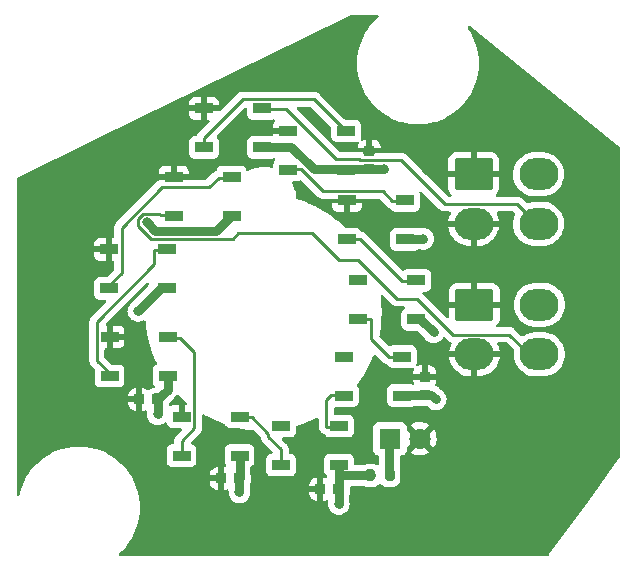
<source format=gbr>
%TF.GenerationSoftware,KiCad,Pcbnew,(6.0.9)*%
%TF.CreationDate,2023-04-01T12:44:57-08:00*%
%TF.ProjectId,FIRE TEST PANEL,46495245-2054-4455-9354-2050414e454c,3*%
%TF.SameCoordinates,Original*%
%TF.FileFunction,Copper,L1,Top*%
%TF.FilePolarity,Positive*%
%FSLAX46Y46*%
G04 Gerber Fmt 4.6, Leading zero omitted, Abs format (unit mm)*
G04 Created by KiCad (PCBNEW (6.0.9)) date 2023-04-01 12:44:57*
%MOMM*%
%LPD*%
G01*
G04 APERTURE LIST*
G04 Aperture macros list*
%AMRoundRect*
0 Rectangle with rounded corners*
0 $1 Rounding radius*
0 $2 $3 $4 $5 $6 $7 $8 $9 X,Y pos of 4 corners*
0 Add a 4 corners polygon primitive as box body*
4,1,4,$2,$3,$4,$5,$6,$7,$8,$9,$2,$3,0*
0 Add four circle primitives for the rounded corners*
1,1,$1+$1,$2,$3*
1,1,$1+$1,$4,$5*
1,1,$1+$1,$6,$7*
1,1,$1+$1,$8,$9*
0 Add four rect primitives between the rounded corners*
20,1,$1+$1,$2,$3,$4,$5,0*
20,1,$1+$1,$4,$5,$6,$7,0*
20,1,$1+$1,$6,$7,$8,$9,0*
20,1,$1+$1,$8,$9,$2,$3,0*%
G04 Aperture macros list end*
%TA.AperFunction,ComponentPad*%
%ADD10R,1.800000X1.800000*%
%TD*%
%TA.AperFunction,ComponentPad*%
%ADD11C,1.800000*%
%TD*%
%TA.AperFunction,ComponentPad*%
%ADD12RoundRect,0.250001X-1.399999X1.099999X-1.399999X-1.099999X1.399999X-1.099999X1.399999X1.099999X0*%
%TD*%
%TA.AperFunction,ComponentPad*%
%ADD13O,3.300000X2.700000*%
%TD*%
%TA.AperFunction,SMDPad,CuDef*%
%ADD14RoundRect,0.200000X0.200000X0.275000X-0.200000X0.275000X-0.200000X-0.275000X0.200000X-0.275000X0*%
%TD*%
%TA.AperFunction,SMDPad,CuDef*%
%ADD15RoundRect,0.225000X-0.250000X0.225000X-0.250000X-0.225000X0.250000X-0.225000X0.250000X0.225000X0*%
%TD*%
%TA.AperFunction,SMDPad,CuDef*%
%ADD16RoundRect,0.225000X-0.225000X-0.250000X0.225000X-0.250000X0.225000X0.250000X-0.225000X0.250000X0*%
%TD*%
%TA.AperFunction,SMDPad,CuDef*%
%ADD17R,1.500000X0.900000*%
%TD*%
%TA.AperFunction,ViaPad*%
%ADD18C,0.800000*%
%TD*%
%TA.AperFunction,Conductor*%
%ADD19C,0.250000*%
%TD*%
%TA.AperFunction,Conductor*%
%ADD20C,0.750000*%
%TD*%
G04 APERTURE END LIST*
D10*
%TO.P,D11,1*%
%TO.N,Net-(D11-Pad1)*%
X145250000Y-111839000D03*
D11*
%TO.P,D11,2*%
%TO.N,/LED+5V*%
X147790000Y-111839000D03*
%TD*%
D12*
%TO.P,J2,1*%
%TO.N,/LED+5V*%
X152391000Y-100498000D03*
D13*
%TO.P,J2,2*%
X152391000Y-104698000D03*
%TO.P,J2,3*%
%TO.N,/LEDGND*%
X157891000Y-100498000D03*
%TO.P,J2,4*%
%TO.N,/DATAOUT*%
X157891000Y-104698000D03*
%TD*%
D12*
%TO.P,J1,1*%
%TO.N,/LED+5V*%
X152341000Y-89448600D03*
D13*
%TO.P,J1,2*%
X152341000Y-93648600D03*
%TO.P,J1,3*%
%TO.N,/LEDGND*%
X157841000Y-89448600D03*
%TO.P,J1,4*%
%TO.N,/DATAIN*%
X157841000Y-93648600D03*
%TD*%
D14*
%TO.P,R1,1*%
%TO.N,Net-(D11-Pad1)*%
X145232000Y-114958000D03*
%TO.P,R1,2*%
%TO.N,/LEDGND*%
X143582000Y-114958000D03*
%TD*%
D15*
%TO.P,C7,1*%
%TO.N,/LED+5V*%
X148204000Y-106586000D03*
%TO.P,C7,2*%
%TO.N,/LEDGND*%
X148204000Y-108136000D03*
%TD*%
D16*
%TO.P,C6,1*%
%TO.N,/LED+5V*%
X139339000Y-116108000D03*
%TO.P,C6,2*%
%TO.N,/LEDGND*%
X140889000Y-116108000D03*
%TD*%
%TO.P,C5,1*%
%TO.N,/LED+5V*%
X130942000Y-115209000D03*
%TO.P,C5,2*%
%TO.N,/LEDGND*%
X132492000Y-115209000D03*
%TD*%
%TO.P,C4,1*%
%TO.N,/LED+5V*%
X124010000Y-108519000D03*
%TO.P,C4,2*%
%TO.N,/LEDGND*%
X125560000Y-108519000D03*
%TD*%
D15*
%TO.P,C3,1*%
%TO.N,/LED+5V*%
X143495000Y-87477200D03*
%TO.P,C3,2*%
%TO.N,/LEDGND*%
X143495000Y-89027200D03*
%TD*%
D17*
%TO.P,D10,1*%
%TO.N,/LED+5V*%
X126938000Y-89688400D03*
%TO.P,D10,2*%
%TO.N,/DATAOUT*%
X126938000Y-92988400D03*
%TO.P,D10,3*%
%TO.N,/LEDGND*%
X131838000Y-92988400D03*
%TO.P,D10,4*%
%TO.N,Net-(D10-Pad4)*%
X131838000Y-89688400D03*
%TD*%
%TO.P,D9,1*%
%TO.N,/LED+5V*%
X121463000Y-95809600D03*
%TO.P,D9,2*%
%TO.N,Net-(D10-Pad4)*%
X121463000Y-99109600D03*
%TO.P,D9,3*%
%TO.N,/LEDGND*%
X126363000Y-99109600D03*
%TO.P,D9,4*%
%TO.N,Net-(D8-Pad2)*%
X126363000Y-95809600D03*
%TD*%
%TO.P,D8,1*%
%TO.N,/LED+5V*%
X121514000Y-103226000D03*
%TO.P,D8,2*%
%TO.N,Net-(D8-Pad2)*%
X121514000Y-106526000D03*
%TO.P,D8,3*%
%TO.N,/LEDGND*%
X126414000Y-106526000D03*
%TO.P,D8,4*%
%TO.N,Net-(D7-Pad2)*%
X126414000Y-103226000D03*
%TD*%
%TO.P,D7,1*%
%TO.N,/LED+5V*%
X127610000Y-109983000D03*
%TO.P,D7,2*%
%TO.N,Net-(D7-Pad2)*%
X127610000Y-113283000D03*
%TO.P,D7,3*%
%TO.N,/LEDGND*%
X132510000Y-113283000D03*
%TO.P,D7,4*%
%TO.N,Net-(D6-Pad2)*%
X132510000Y-109983000D03*
%TD*%
%TO.P,D6,1*%
%TO.N,/LED+5V*%
X136031000Y-110770000D03*
%TO.P,D6,2*%
%TO.N,Net-(D6-Pad2)*%
X136031000Y-114070000D03*
%TO.P,D6,3*%
%TO.N,/LEDGND*%
X140931000Y-114070000D03*
%TO.P,D6,4*%
%TO.N,Net-(D5-Pad2)*%
X140931000Y-110770000D03*
%TD*%
%TO.P,D5,1*%
%TO.N,/LED+5V*%
X141353000Y-104903000D03*
%TO.P,D5,2*%
%TO.N,Net-(D5-Pad2)*%
X141353000Y-108203000D03*
%TO.P,D5,3*%
%TO.N,/LEDGND*%
X146253000Y-108203000D03*
%TO.P,D5,4*%
%TO.N,Net-(D4-Pad2)*%
X146253000Y-104903000D03*
%TD*%
%TO.P,D4,1*%
%TO.N,/LED+5V*%
X142584000Y-98426000D03*
%TO.P,D4,2*%
%TO.N,Net-(D4-Pad2)*%
X142584000Y-101726000D03*
%TO.P,D4,3*%
%TO.N,/LEDGND*%
X147484000Y-101726000D03*
%TO.P,D4,4*%
%TO.N,Net-(D3-Pad2)*%
X147484000Y-98426000D03*
%TD*%
%TO.P,D3,1*%
%TO.N,/LED+5V*%
X141619000Y-91669600D03*
%TO.P,D3,2*%
%TO.N,Net-(D3-Pad2)*%
X141619000Y-94969600D03*
%TO.P,D3,3*%
%TO.N,/LEDGND*%
X146519000Y-94969600D03*
%TO.P,D3,4*%
%TO.N,Net-(D2-Pad2)*%
X146519000Y-91669600D03*
%TD*%
%TO.P,D2,1*%
%TO.N,/LED+5V*%
X136640000Y-85776800D03*
%TO.P,D2,2*%
%TO.N,Net-(D2-Pad2)*%
X136640000Y-89076800D03*
%TO.P,D2,3*%
%TO.N,/LEDGND*%
X141540000Y-89076800D03*
%TO.P,D2,4*%
%TO.N,Net-(D1-Pad2)*%
X141540000Y-85776800D03*
%TD*%
%TO.P,D1,1*%
%TO.N,/LED+5V*%
X129517000Y-83871600D03*
%TO.P,D1,2*%
%TO.N,Net-(D1-Pad2)*%
X129517000Y-87171600D03*
%TO.P,D1,3*%
%TO.N,/LEDGND*%
X134417000Y-87171600D03*
%TO.P,D1,4*%
%TO.N,/DATAIN*%
X134417000Y-83871600D03*
%TD*%
D18*
%TO.N,/LEDGND*%
X132507000Y-116378000D03*
X123937000Y-101026000D03*
X144709000Y-88983800D03*
X149126000Y-108514000D03*
X148077000Y-94919600D03*
X148943060Y-102826820D03*
X140919000Y-117381000D03*
X125573000Y-109771000D03*
X124676000Y-93530400D03*
%TD*%
D19*
%TO.N,Net-(D1-Pad2)*%
X138809799Y-83096599D02*
X141540000Y-85826800D01*
X129517000Y-87121600D02*
X129517000Y-86371600D01*
X129517000Y-86371600D02*
X132792001Y-83096599D01*
X132792001Y-83096599D02*
X138809799Y-83096599D01*
%TO.N,Net-(D2-Pad2)*%
X136640000Y-89026800D02*
X137715300Y-89026800D01*
X146519000Y-91719600D02*
X145443700Y-91719600D01*
X137715300Y-89026800D02*
X139582800Y-90894300D01*
X144618400Y-90894300D02*
X145443700Y-91719600D01*
X139582800Y-90894300D02*
X144618400Y-90894300D01*
%TO.N,Net-(D3-Pad2)*%
X141619000Y-94919600D02*
X142694300Y-94919600D01*
X142694300Y-94919600D02*
X146250700Y-98476000D01*
X146250700Y-98476000D02*
X147484000Y-98476000D01*
%TO.N,Net-(D4-Pad2)*%
X142584000Y-101676000D02*
X143659300Y-101676000D01*
X143659300Y-101676000D02*
X143659300Y-103434600D01*
X146253000Y-104953000D02*
X145177700Y-104953000D01*
X143659300Y-103434600D02*
X145177700Y-104953000D01*
%TO.N,Net-(D5-Pad2)*%
X141353000Y-108153000D02*
X140277700Y-108153000D01*
X140277700Y-108153000D02*
X139855700Y-108575000D01*
X140931000Y-110820000D02*
X139855700Y-110820000D01*
X139855700Y-108575000D02*
X139855700Y-110820000D01*
%TO.N,Net-(D6-Pad2)*%
X132510000Y-110033000D02*
X133585300Y-110033000D01*
X134955700Y-111678300D02*
X134955700Y-111403400D01*
X134955700Y-111403400D02*
X133585300Y-110033000D01*
X136031000Y-112753600D02*
X134955700Y-111678300D01*
X136031000Y-114020000D02*
X136031000Y-112753600D01*
%TO.N,Net-(D7-Pad2)*%
X127610000Y-112039000D02*
X128685300Y-110963700D01*
X128685300Y-110963700D02*
X128685300Y-104472000D01*
X126414000Y-103276000D02*
X127489300Y-103276000D01*
X127610000Y-113233000D02*
X127610000Y-112039000D01*
X128685300Y-104472000D02*
X127489300Y-103276000D01*
%TO.N,Net-(D8-Pad2)*%
X121514000Y-106476000D02*
X121514000Y-106315600D01*
X120438700Y-105240300D02*
X120438700Y-101933800D01*
X125287700Y-97084800D02*
X125287700Y-95859600D01*
X120438700Y-101933800D02*
X125287700Y-97084800D01*
X126363000Y-95859600D02*
X125287700Y-95859600D01*
X121514000Y-106315600D02*
X120438700Y-105240300D01*
%TO.N,Net-(D10-Pad4)*%
X122538300Y-93979400D02*
X125954000Y-90563700D01*
X129937400Y-90563700D02*
X130762700Y-89738400D01*
X122538300Y-97773300D02*
X122538300Y-93979400D01*
X121463000Y-99059600D02*
X121463000Y-98848600D01*
X121463000Y-98848600D02*
X122538300Y-97773300D01*
X131838000Y-89738400D02*
X130762700Y-89738400D01*
X125954000Y-90563700D02*
X129937400Y-90563700D01*
D20*
%TO.N,/LEDGND*%
X148943060Y-102826820D02*
X148943060Y-102826820D01*
X148204000Y-108148000D02*
X148760000Y-108148000D01*
X134417000Y-87121600D02*
X136887820Y-87121600D01*
X132510000Y-115204000D02*
X132507000Y-115206500D01*
X148201500Y-108150500D02*
X148204000Y-108148000D01*
X146253000Y-108153000D02*
X148199000Y-108153000D01*
X148760000Y-108148000D02*
X149126000Y-108514000D01*
D19*
X148201500Y-108150500D02*
X148202000Y-108150500D01*
D20*
X140919000Y-117381000D02*
X140901000Y-117363000D01*
X125993500Y-108098500D02*
X125573000Y-108519000D01*
X147792240Y-101676000D02*
X148943060Y-102826820D01*
X132507000Y-115206500D02*
X132504000Y-115209000D01*
X131838000Y-92938400D02*
X130550000Y-94226400D01*
D19*
X143482100Y-89026800D02*
X143495000Y-89039700D01*
D20*
X125372000Y-94226400D02*
X124676000Y-93530400D01*
D19*
X143619000Y-114958000D02*
X143619500Y-114958000D01*
D20*
X126414000Y-107678000D02*
X125993500Y-108098500D01*
X143482100Y-89026800D02*
X143546000Y-89026800D01*
X132507000Y-116378000D02*
X132504000Y-116375000D01*
D19*
X140916000Y-116093500D02*
X140901500Y-116108000D01*
X125993000Y-108098500D02*
X125572500Y-108519000D01*
D20*
X143546000Y-89026800D02*
X143589000Y-88983800D01*
X146519000Y-94919600D02*
X148077000Y-94919600D01*
X140916000Y-116093500D02*
X140901000Y-116108000D01*
X126414000Y-106476000D02*
X126414000Y-107678000D01*
X125903000Y-99059600D02*
X123937000Y-101026000D01*
X130550000Y-94226400D02*
X125372000Y-94226400D01*
X148199000Y-108153000D02*
X148201500Y-108150500D01*
X138793020Y-89026800D02*
X141540000Y-89026800D01*
X132504000Y-115209000D02*
X132507000Y-116378000D01*
X147484000Y-101676000D02*
X147792240Y-101676000D01*
X126363000Y-99059600D02*
X125903000Y-99059600D01*
D19*
X132507000Y-115206500D02*
X132504500Y-115209000D01*
X148202000Y-108150500D02*
X148204000Y-108148500D01*
D20*
X141052000Y-114958000D02*
X140931000Y-115079000D01*
X125573000Y-108519000D02*
X125573000Y-109771000D01*
X143589000Y-88983800D02*
X144709000Y-88983800D01*
D19*
X125993500Y-108098500D02*
X125993000Y-108098500D01*
D20*
X140931000Y-115079000D02*
X140931000Y-116079000D01*
X140931000Y-116079000D02*
X140916000Y-116093500D01*
X143619000Y-114958000D02*
X141052000Y-114958000D01*
X140901000Y-116108000D02*
X140919000Y-117381000D01*
X140931000Y-114020000D02*
X140931000Y-115079000D01*
X136887820Y-87121600D02*
X138793020Y-89026800D01*
X141540000Y-89026800D02*
X143482100Y-89026800D01*
X132510000Y-113233000D02*
X132510000Y-115204000D01*
%TO.N,Net-(D11-Pad1)*%
X145194000Y-114958000D02*
X145194000Y-113426500D01*
D19*
X145194000Y-113426500D02*
X145194500Y-113427000D01*
D20*
X145194000Y-113426500D02*
X145194000Y-111895000D01*
X145194000Y-111895000D02*
X145250000Y-111839000D01*
D19*
X145194500Y-113427000D02*
X145194500Y-114958000D01*
%TO.N,/DATAIN*%
X136471900Y-83921600D02*
X140712200Y-88161900D01*
X142629300Y-88161900D02*
X142719500Y-88252100D01*
X146182600Y-88252100D02*
X149903800Y-91973300D01*
X149903800Y-91973300D02*
X155981300Y-91973300D01*
X140712200Y-88161900D02*
X142629300Y-88161900D01*
X157841000Y-93648600D02*
X157656600Y-93648600D01*
X142719500Y-88252100D02*
X146182600Y-88252100D01*
X157656600Y-93648600D02*
X155981300Y-91973300D01*
X134417000Y-83921600D02*
X136471900Y-83921600D01*
%TO.N,/DATAOUT*%
X126938000Y-92938400D02*
X125862700Y-92938400D01*
X132407600Y-94440900D02*
X138687600Y-94440900D01*
X150551400Y-103022700D02*
X155346700Y-103022700D01*
X131920500Y-94928000D02*
X132407600Y-94440900D01*
X125862700Y-92938400D02*
X125725200Y-92800900D01*
X157891000Y-104698000D02*
X157022000Y-104698000D01*
X125725200Y-92800900D02*
X124366700Y-92800900D01*
X142542900Y-96697800D02*
X145825200Y-99980100D01*
X124366700Y-92800900D02*
X123947700Y-93219900D01*
X123947700Y-93828800D02*
X125046900Y-94928000D01*
X145825200Y-99980100D02*
X147508800Y-99980100D01*
X138687600Y-94440900D02*
X140944500Y-96697800D01*
X125046900Y-94928000D02*
X131920500Y-94928000D01*
X157022000Y-104698000D02*
X155346700Y-103022700D01*
X140944500Y-96697800D02*
X142542900Y-96697800D01*
X147508800Y-99980100D02*
X150551400Y-103022700D01*
X123947700Y-93219900D02*
X123947700Y-93828800D01*
%TD*%
%TA.AperFunction,Conductor*%
%TO.N,/LED+5V*%
G36*
X144167326Y-75959401D02*
G01*
X144235335Y-75979779D01*
X144281531Y-76033691D01*
X144291247Y-76104019D01*
X144261397Y-76168436D01*
X144251754Y-76178296D01*
X143978189Y-76428971D01*
X143976338Y-76430991D01*
X143676199Y-76758536D01*
X143676192Y-76758544D01*
X143674334Y-76760572D01*
X143672652Y-76762764D01*
X143402207Y-77115213D01*
X143402199Y-77115225D01*
X143400535Y-77117393D01*
X143158877Y-77496720D01*
X142951200Y-77895665D01*
X142779082Y-78311192D01*
X142643836Y-78740140D01*
X142546489Y-79179242D01*
X142487783Y-79625158D01*
X142468165Y-80074493D01*
X142487783Y-80523828D01*
X142546489Y-80969744D01*
X142643836Y-81408846D01*
X142779082Y-81837794D01*
X142951200Y-82253321D01*
X143158877Y-82652266D01*
X143400535Y-83031593D01*
X143402199Y-83033761D01*
X143402207Y-83033773D01*
X143621261Y-83319248D01*
X143674334Y-83388414D01*
X143676192Y-83390442D01*
X143676199Y-83390450D01*
X143867744Y-83599485D01*
X143978189Y-83720015D01*
X143980209Y-83721866D01*
X144307754Y-84022005D01*
X144307762Y-84022012D01*
X144309790Y-84023870D01*
X144311982Y-84025552D01*
X144664431Y-84295997D01*
X144664443Y-84296005D01*
X144666611Y-84297669D01*
X145045938Y-84539327D01*
X145444883Y-84747004D01*
X145860410Y-84919122D01*
X146133773Y-85005313D01*
X146286734Y-85053541D01*
X146286741Y-85053543D01*
X146289358Y-85054368D01*
X146292043Y-85054963D01*
X146292042Y-85054963D01*
X146725762Y-85151117D01*
X146725765Y-85151118D01*
X146728460Y-85151715D01*
X146731190Y-85152074D01*
X146731199Y-85152076D01*
X146951418Y-85181068D01*
X147174376Y-85210421D01*
X147443167Y-85222156D01*
X147506759Y-85224933D01*
X147506764Y-85224933D01*
X147508136Y-85224993D01*
X147739286Y-85224993D01*
X147740658Y-85224933D01*
X147740663Y-85224933D01*
X147804255Y-85222156D01*
X148073046Y-85210421D01*
X148296004Y-85181068D01*
X148516223Y-85152076D01*
X148516232Y-85152074D01*
X148518962Y-85151715D01*
X148521657Y-85151118D01*
X148521660Y-85151117D01*
X148955380Y-85054963D01*
X148955379Y-85054963D01*
X148958064Y-85054368D01*
X148960681Y-85053543D01*
X148960688Y-85053541D01*
X149113649Y-85005313D01*
X149387012Y-84919122D01*
X149802539Y-84747004D01*
X150201484Y-84539327D01*
X150580811Y-84297669D01*
X150582979Y-84296005D01*
X150582991Y-84295997D01*
X150935440Y-84025552D01*
X150937632Y-84023870D01*
X150939660Y-84022012D01*
X150939668Y-84022005D01*
X151267213Y-83721866D01*
X151269233Y-83720015D01*
X151379678Y-83599485D01*
X151571223Y-83390450D01*
X151571230Y-83390442D01*
X151573088Y-83388414D01*
X151626161Y-83319248D01*
X151845215Y-83033773D01*
X151845223Y-83033761D01*
X151846887Y-83031593D01*
X152088545Y-82652266D01*
X152296222Y-82253321D01*
X152468340Y-81837794D01*
X152603586Y-81408846D01*
X152700933Y-80969744D01*
X152759639Y-80523828D01*
X152779257Y-80074493D01*
X152759639Y-79625158D01*
X152700933Y-79179242D01*
X152603586Y-78740140D01*
X152468340Y-78311192D01*
X152296222Y-77895665D01*
X152088545Y-77496720D01*
X151846887Y-77117393D01*
X151845214Y-77115213D01*
X151843638Y-77112962D01*
X151844221Y-77112554D01*
X151819683Y-77049086D01*
X151833947Y-76979537D01*
X151883547Y-76928740D01*
X151952737Y-76912823D01*
X152024129Y-76940348D01*
X156484044Y-80521068D01*
X164486642Y-86946093D01*
X164645983Y-87074023D01*
X164686580Y-87132268D01*
X164693100Y-87172275D01*
X164693100Y-113382959D01*
X164669104Y-113456927D01*
X161977223Y-117169118D01*
X158734383Y-121641100D01*
X158680745Y-121715068D01*
X158624562Y-121758473D01*
X158578741Y-121767100D01*
X122394602Y-121767100D01*
X122326481Y-121747098D01*
X122279988Y-121693442D01*
X122269884Y-121623168D01*
X122299378Y-121558588D01*
X122309478Y-121548203D01*
X122565213Y-121313866D01*
X122567233Y-121312015D01*
X122569084Y-121309995D01*
X122869223Y-120982450D01*
X122869230Y-120982442D01*
X122871088Y-120980414D01*
X122872770Y-120978222D01*
X123143215Y-120625773D01*
X123143223Y-120625761D01*
X123144887Y-120623593D01*
X123386545Y-120244266D01*
X123594222Y-119845321D01*
X123766340Y-119429794D01*
X123901586Y-119000846D01*
X123998933Y-118561744D01*
X124057639Y-118115828D01*
X124077257Y-117666493D01*
X124057639Y-117217158D01*
X124017099Y-116909226D01*
X123999294Y-116773981D01*
X123999292Y-116773972D01*
X123998933Y-116771242D01*
X123901586Y-116332140D01*
X123856494Y-116189124D01*
X123851689Y-116173885D01*
X123766340Y-115903192D01*
X123601170Y-115504438D01*
X129984000Y-115504438D01*
X129984337Y-115510953D01*
X129993894Y-115603057D01*
X129996788Y-115616456D01*
X130046381Y-115765107D01*
X130052555Y-115778286D01*
X130134788Y-115911173D01*
X130143824Y-115922574D01*
X130254429Y-116032986D01*
X130265840Y-116041998D01*
X130398880Y-116124004D01*
X130412061Y-116130151D01*
X130560814Y-116179491D01*
X130574190Y-116182358D01*
X130665097Y-116191672D01*
X130670126Y-116191929D01*
X130685124Y-116187525D01*
X130686329Y-116186135D01*
X130688000Y-116178452D01*
X130688000Y-116173885D01*
X131196000Y-116173885D01*
X131200475Y-116189124D01*
X131201865Y-116190329D01*
X131209548Y-116192000D01*
X131212438Y-116192000D01*
X131218953Y-116191663D01*
X131311057Y-116182106D01*
X131324456Y-116179212D01*
X131439283Y-116140903D01*
X131510233Y-116138319D01*
X131571316Y-116174503D01*
X131603141Y-116237967D01*
X131604469Y-116273597D01*
X131593496Y-116378000D01*
X131613458Y-116567928D01*
X131672473Y-116749556D01*
X131767960Y-116914944D01*
X131772378Y-116919851D01*
X131772379Y-116919852D01*
X131869145Y-117027322D01*
X131895747Y-117056866D01*
X132050248Y-117169118D01*
X132056276Y-117171802D01*
X132056278Y-117171803D01*
X132151996Y-117214419D01*
X132224712Y-117246794D01*
X132318112Y-117266647D01*
X132405056Y-117285128D01*
X132405061Y-117285128D01*
X132411513Y-117286500D01*
X132602487Y-117286500D01*
X132608939Y-117285128D01*
X132608944Y-117285128D01*
X132695888Y-117266647D01*
X132789288Y-117246794D01*
X132862004Y-117214419D01*
X132957722Y-117171803D01*
X132957724Y-117171802D01*
X132963752Y-117169118D01*
X133118253Y-117056866D01*
X133144855Y-117027322D01*
X133241621Y-116919852D01*
X133241622Y-116919851D01*
X133246040Y-116914944D01*
X133341527Y-116749556D01*
X133400542Y-116567928D01*
X133417830Y-116403438D01*
X138381000Y-116403438D01*
X138381337Y-116409953D01*
X138390894Y-116502057D01*
X138393788Y-116515456D01*
X138443381Y-116664107D01*
X138449555Y-116677286D01*
X138531788Y-116810173D01*
X138540824Y-116821574D01*
X138651429Y-116931986D01*
X138662840Y-116940998D01*
X138795880Y-117023004D01*
X138809061Y-117029151D01*
X138957814Y-117078491D01*
X138971190Y-117081358D01*
X139062097Y-117090672D01*
X139067126Y-117090929D01*
X139082124Y-117086525D01*
X139083329Y-117085135D01*
X139085000Y-117077452D01*
X139085000Y-117072885D01*
X139593000Y-117072885D01*
X139597475Y-117088124D01*
X139598865Y-117089329D01*
X139606548Y-117091000D01*
X139609438Y-117091000D01*
X139615953Y-117090663D01*
X139708057Y-117081106D01*
X139721456Y-117078212D01*
X139866249Y-117029906D01*
X139937199Y-117027322D01*
X139998283Y-117063506D01*
X140030107Y-117126970D01*
X140032112Y-117147627D01*
X140032128Y-117148745D01*
X140027696Y-117178084D01*
X140028871Y-117178334D01*
X140027499Y-117184789D01*
X140025458Y-117191072D01*
X140024768Y-117197633D01*
X140024768Y-117197635D01*
X140019601Y-117246794D01*
X140005496Y-117381000D01*
X140025458Y-117570928D01*
X140084473Y-117752556D01*
X140179960Y-117917944D01*
X140307747Y-118059866D01*
X140462248Y-118172118D01*
X140468276Y-118174802D01*
X140468278Y-118174803D01*
X140630681Y-118247109D01*
X140636712Y-118249794D01*
X140730113Y-118269647D01*
X140817056Y-118288128D01*
X140817061Y-118288128D01*
X140823513Y-118289500D01*
X141014487Y-118289500D01*
X141020939Y-118288128D01*
X141020944Y-118288128D01*
X141107887Y-118269647D01*
X141201288Y-118249794D01*
X141207319Y-118247109D01*
X141369722Y-118174803D01*
X141369724Y-118174802D01*
X141375752Y-118172118D01*
X141530253Y-118059866D01*
X141658040Y-117917944D01*
X141753527Y-117752556D01*
X141812542Y-117570928D01*
X141832504Y-117381000D01*
X141812542Y-117191072D01*
X141810502Y-117184794D01*
X141810501Y-117184789D01*
X141805212Y-117168512D01*
X141799058Y-117131356D01*
X141792460Y-116664663D01*
X141798854Y-116623215D01*
X141834984Y-116514285D01*
X141834984Y-116514283D01*
X141837149Y-116507757D01*
X141847500Y-116406732D01*
X141847500Y-115967500D01*
X141867502Y-115899379D01*
X141921158Y-115852886D01*
X141973500Y-115841500D01*
X142983817Y-115841500D01*
X143049088Y-115859724D01*
X143088301Y-115883472D01*
X143095548Y-115885743D01*
X143095550Y-115885744D01*
X143139060Y-115899379D01*
X143251938Y-115934753D01*
X143325365Y-115941500D01*
X143328263Y-115941500D01*
X143582665Y-115941499D01*
X143838634Y-115941499D01*
X143841492Y-115941236D01*
X143841501Y-115941236D01*
X143877004Y-115937974D01*
X143912062Y-115934753D01*
X143950925Y-115922574D01*
X144068450Y-115885744D01*
X144068452Y-115885743D01*
X144075699Y-115883472D01*
X144222381Y-115794639D01*
X144317905Y-115699115D01*
X144380217Y-115665089D01*
X144451032Y-115670154D01*
X144496095Y-115699115D01*
X144591619Y-115794639D01*
X144738301Y-115883472D01*
X144745548Y-115885743D01*
X144745550Y-115885744D01*
X144789060Y-115899379D01*
X144901938Y-115934753D01*
X144975365Y-115941500D01*
X144978263Y-115941500D01*
X145232665Y-115941499D01*
X145488634Y-115941499D01*
X145491492Y-115941236D01*
X145491501Y-115941236D01*
X145527004Y-115937974D01*
X145562062Y-115934753D01*
X145600925Y-115922574D01*
X145718450Y-115885744D01*
X145718452Y-115885743D01*
X145725699Y-115883472D01*
X145872381Y-115794639D01*
X145993639Y-115673381D01*
X146082472Y-115526699D01*
X146098189Y-115476548D01*
X146120034Y-115406840D01*
X146133753Y-115363062D01*
X146140500Y-115289635D01*
X146140499Y-114626366D01*
X146140141Y-114622460D01*
X146134364Y-114559592D01*
X146133753Y-114552938D01*
X146083266Y-114391834D01*
X146077500Y-114354156D01*
X146077500Y-113373209D01*
X146097502Y-113305088D01*
X146151158Y-113258595D01*
X146196257Y-113247500D01*
X146198134Y-113247500D01*
X146260316Y-113240745D01*
X146396705Y-113189615D01*
X146513261Y-113102261D01*
X146589597Y-113000406D01*
X146993423Y-113000406D01*
X146998704Y-113007461D01*
X147175080Y-113110527D01*
X147184363Y-113114974D01*
X147391003Y-113193883D01*
X147400901Y-113196759D01*
X147617653Y-113240857D01*
X147627883Y-113242076D01*
X147848914Y-113250182D01*
X147859223Y-113249714D01*
X148078623Y-113221608D01*
X148088688Y-113219468D01*
X148300557Y-113155905D01*
X148310152Y-113152144D01*
X148508778Y-113054838D01*
X148517636Y-113049559D01*
X148575097Y-113008572D01*
X148583497Y-112997874D01*
X148576510Y-112984721D01*
X147802811Y-112211021D01*
X147788868Y-112203408D01*
X147787034Y-112203539D01*
X147780420Y-112207790D01*
X147000180Y-112988031D01*
X146993423Y-113000406D01*
X146589597Y-113000406D01*
X146600615Y-112985705D01*
X146651745Y-112849316D01*
X146658500Y-112787134D01*
X146658500Y-112663480D01*
X146678502Y-112595359D01*
X146695405Y-112574384D01*
X147417979Y-111851811D01*
X147424356Y-111840132D01*
X148154408Y-111840132D01*
X148154539Y-111841966D01*
X148158790Y-111848580D01*
X148936307Y-112626096D01*
X148948313Y-112632652D01*
X148960052Y-112623684D01*
X148998010Y-112570859D01*
X149003321Y-112562020D01*
X149101318Y-112363737D01*
X149105117Y-112354142D01*
X149169415Y-112142517D01*
X149171594Y-112132436D01*
X149200702Y-111911338D01*
X149201221Y-111904663D01*
X149202744Y-111842364D01*
X149202550Y-111835646D01*
X149184279Y-111613400D01*
X149182596Y-111603238D01*
X149128710Y-111388708D01*
X149125389Y-111378953D01*
X149037193Y-111176118D01*
X149032315Y-111167020D01*
X148959224Y-111054038D01*
X148948538Y-111044835D01*
X148938973Y-111049238D01*
X148162021Y-111826189D01*
X148154408Y-111840132D01*
X147424356Y-111840132D01*
X147425592Y-111837868D01*
X147425461Y-111836034D01*
X147421210Y-111829420D01*
X146695405Y-111103616D01*
X146661380Y-111041303D01*
X146658500Y-111014520D01*
X146658500Y-110890866D01*
X146651745Y-110828684D01*
X146600615Y-110692295D01*
X146591184Y-110679711D01*
X146995508Y-110679711D01*
X147002251Y-110692040D01*
X147777189Y-111466979D01*
X147791132Y-111474592D01*
X147792966Y-111474461D01*
X147799580Y-111470210D01*
X148578994Y-110690795D01*
X148586011Y-110677944D01*
X148578237Y-110667274D01*
X148575902Y-110665430D01*
X148567320Y-110659729D01*
X148373678Y-110552833D01*
X148364272Y-110548606D01*
X148155772Y-110474772D01*
X148145809Y-110472140D01*
X147928047Y-110433350D01*
X147917796Y-110432381D01*
X147696616Y-110429679D01*
X147686332Y-110430399D01*
X147467693Y-110463855D01*
X147457666Y-110466244D01*
X147247426Y-110534961D01*
X147237916Y-110538958D01*
X147041725Y-110641089D01*
X147033007Y-110646578D01*
X147003961Y-110668386D01*
X146995508Y-110679711D01*
X146591184Y-110679711D01*
X146513261Y-110575739D01*
X146396705Y-110488385D01*
X146260316Y-110437255D01*
X146198134Y-110430500D01*
X144301866Y-110430500D01*
X144239684Y-110437255D01*
X144103295Y-110488385D01*
X143986739Y-110575739D01*
X143899385Y-110692295D01*
X143848255Y-110828684D01*
X143841500Y-110890866D01*
X143841500Y-112787134D01*
X143848255Y-112849316D01*
X143899385Y-112985705D01*
X143986739Y-113102261D01*
X144103295Y-113189615D01*
X144111703Y-113192767D01*
X144228730Y-113236639D01*
X144285494Y-113279281D01*
X144310194Y-113345843D01*
X144310500Y-113354621D01*
X144310500Y-113951114D01*
X144290498Y-114019235D01*
X144236842Y-114065728D01*
X144166568Y-114075832D01*
X144119230Y-114058891D01*
X144111976Y-114054498D01*
X144075699Y-114032528D01*
X144068452Y-114030257D01*
X144068450Y-114030256D01*
X143974589Y-114000842D01*
X143912062Y-113981247D01*
X143838635Y-113974500D01*
X143835737Y-113974500D01*
X143581335Y-113974501D01*
X143325366Y-113974501D01*
X143322508Y-113974764D01*
X143322499Y-113974764D01*
X143286996Y-113978026D01*
X143251938Y-113981247D01*
X143245560Y-113983246D01*
X143245559Y-113983246D01*
X143095550Y-114030256D01*
X143095548Y-114030257D01*
X143088301Y-114032528D01*
X143052024Y-114054498D01*
X143049088Y-114056276D01*
X142983817Y-114074500D01*
X142315500Y-114074500D01*
X142247379Y-114054498D01*
X142200886Y-114000842D01*
X142189500Y-113948500D01*
X142189500Y-113571866D01*
X142182745Y-113509684D01*
X142131615Y-113373295D01*
X142044261Y-113256739D01*
X141927705Y-113169385D01*
X141791316Y-113118255D01*
X141729134Y-113111500D01*
X140132866Y-113111500D01*
X140070684Y-113118255D01*
X139934295Y-113169385D01*
X139817739Y-113256739D01*
X139730385Y-113373295D01*
X139679255Y-113509684D01*
X139672500Y-113571866D01*
X139672500Y-114568134D01*
X139679255Y-114630316D01*
X139730385Y-114766705D01*
X139817739Y-114883261D01*
X139858132Y-114913534D01*
X139884678Y-114933429D01*
X139927193Y-114990288D01*
X139932219Y-115061107D01*
X139898159Y-115123400D01*
X139835828Y-115157390D01*
X139769445Y-115153848D01*
X139720186Y-115137509D01*
X139706810Y-115134642D01*
X139615903Y-115125328D01*
X139610874Y-115125071D01*
X139595876Y-115129475D01*
X139594671Y-115130865D01*
X139593000Y-115138548D01*
X139593000Y-117072885D01*
X139085000Y-117072885D01*
X139085000Y-116380115D01*
X139080525Y-116364876D01*
X139079135Y-116363671D01*
X139071452Y-116362000D01*
X138399115Y-116362000D01*
X138383876Y-116366475D01*
X138382671Y-116367865D01*
X138381000Y-116375548D01*
X138381000Y-116403438D01*
X133417830Y-116403438D01*
X133420504Y-116378000D01*
X133400542Y-116188072D01*
X133396048Y-116174239D01*
X133389881Y-116135629D01*
X133389112Y-115835885D01*
X138381000Y-115835885D01*
X138385475Y-115851124D01*
X138386865Y-115852329D01*
X138394548Y-115854000D01*
X139066885Y-115854000D01*
X139082124Y-115849525D01*
X139083329Y-115848135D01*
X139085000Y-115840452D01*
X139085000Y-115143115D01*
X139080525Y-115127876D01*
X139079135Y-115126671D01*
X139071452Y-115125000D01*
X139068562Y-115125000D01*
X139062047Y-115125337D01*
X138969943Y-115134894D01*
X138956544Y-115137788D01*
X138807893Y-115187381D01*
X138794714Y-115193555D01*
X138661827Y-115275788D01*
X138650426Y-115284824D01*
X138540014Y-115395429D01*
X138531002Y-115406840D01*
X138448996Y-115539880D01*
X138442849Y-115553061D01*
X138393509Y-115701814D01*
X138390642Y-115715190D01*
X138381328Y-115806097D01*
X138381000Y-115812514D01*
X138381000Y-115835885D01*
X133389112Y-115835885D01*
X133388978Y-115783708D01*
X133395385Y-115743718D01*
X133437984Y-115615285D01*
X133437984Y-115615283D01*
X133440149Y-115608757D01*
X133450500Y-115507732D01*
X133450500Y-114910268D01*
X133439887Y-114807981D01*
X133399976Y-114688354D01*
X133393500Y-114648478D01*
X133393500Y-114313382D01*
X133413502Y-114245261D01*
X133467158Y-114198768D01*
X133475269Y-114195401D01*
X133498293Y-114186769D01*
X133498297Y-114186767D01*
X133506705Y-114183615D01*
X133623261Y-114096261D01*
X133710615Y-113979705D01*
X133761745Y-113843316D01*
X133768500Y-113781134D01*
X133768500Y-112784866D01*
X133761745Y-112722684D01*
X133710615Y-112586295D01*
X133623261Y-112469739D01*
X133506705Y-112382385D01*
X133370316Y-112331255D01*
X133308134Y-112324500D01*
X131711866Y-112324500D01*
X131649684Y-112331255D01*
X131513295Y-112382385D01*
X131396739Y-112469739D01*
X131309385Y-112586295D01*
X131258255Y-112722684D01*
X131251500Y-112784866D01*
X131251500Y-113781134D01*
X131258255Y-113843316D01*
X131309385Y-113979705D01*
X131338925Y-114019120D01*
X131344567Y-114026648D01*
X131369415Y-114093154D01*
X131354362Y-114162537D01*
X131304188Y-114212767D01*
X131230897Y-114227557D01*
X131218899Y-114226328D01*
X131213874Y-114226071D01*
X131198876Y-114230475D01*
X131197671Y-114231865D01*
X131196000Y-114239548D01*
X131196000Y-116173885D01*
X130688000Y-116173885D01*
X130688000Y-115481115D01*
X130683525Y-115465876D01*
X130682135Y-115464671D01*
X130674452Y-115463000D01*
X130002115Y-115463000D01*
X129986876Y-115467475D01*
X129985671Y-115468865D01*
X129984000Y-115476548D01*
X129984000Y-115504438D01*
X123601170Y-115504438D01*
X123594222Y-115487665D01*
X123386545Y-115088720D01*
X123289815Y-114936885D01*
X129984000Y-114936885D01*
X129988475Y-114952124D01*
X129989865Y-114953329D01*
X129997548Y-114955000D01*
X130669885Y-114955000D01*
X130685124Y-114950525D01*
X130686329Y-114949135D01*
X130688000Y-114941452D01*
X130688000Y-114244115D01*
X130683525Y-114228876D01*
X130682135Y-114227671D01*
X130674452Y-114226000D01*
X130671562Y-114226000D01*
X130665047Y-114226337D01*
X130572943Y-114235894D01*
X130559544Y-114238788D01*
X130410893Y-114288381D01*
X130397714Y-114294555D01*
X130264827Y-114376788D01*
X130253426Y-114385824D01*
X130143014Y-114496429D01*
X130134002Y-114507840D01*
X130051996Y-114640880D01*
X130045849Y-114654061D01*
X129996509Y-114802814D01*
X129993642Y-114816190D01*
X129984328Y-114907097D01*
X129984000Y-114913514D01*
X129984000Y-114936885D01*
X123289815Y-114936885D01*
X123208498Y-114809243D01*
X123146362Y-114711708D01*
X123146360Y-114711705D01*
X123144887Y-114709393D01*
X123143223Y-114707225D01*
X123143215Y-114707213D01*
X122872770Y-114354764D01*
X122871088Y-114352572D01*
X122869230Y-114350544D01*
X122869223Y-114350536D01*
X122569084Y-114022991D01*
X122567233Y-114020971D01*
X122490997Y-113951114D01*
X122237668Y-113718981D01*
X122237660Y-113718974D01*
X122235632Y-113717116D01*
X122107503Y-113618799D01*
X121880991Y-113444989D01*
X121880979Y-113444981D01*
X121878811Y-113443317D01*
X121768899Y-113373295D01*
X121621326Y-113279281D01*
X121499484Y-113201659D01*
X121100539Y-112993982D01*
X120685012Y-112821864D01*
X120395368Y-112730540D01*
X120258688Y-112687445D01*
X120258681Y-112687443D01*
X120256064Y-112686618D01*
X119976925Y-112624734D01*
X119819660Y-112589869D01*
X119819657Y-112589868D01*
X119816962Y-112589271D01*
X119814232Y-112588912D01*
X119814223Y-112588910D01*
X119594004Y-112559918D01*
X119371046Y-112530565D01*
X119102255Y-112518830D01*
X119038663Y-112516053D01*
X119038658Y-112516053D01*
X119037286Y-112515993D01*
X118806136Y-112515993D01*
X118804764Y-112516053D01*
X118804759Y-112516053D01*
X118741167Y-112518830D01*
X118472376Y-112530565D01*
X118249418Y-112559918D01*
X118029199Y-112588910D01*
X118029190Y-112588912D01*
X118026460Y-112589271D01*
X118023765Y-112589868D01*
X118023762Y-112589869D01*
X117866497Y-112624734D01*
X117587358Y-112686618D01*
X117584741Y-112687443D01*
X117584734Y-112687445D01*
X117448054Y-112730540D01*
X117158410Y-112821864D01*
X116742883Y-112993982D01*
X116343938Y-113201659D01*
X116222096Y-113279281D01*
X116074524Y-113373295D01*
X115964611Y-113443317D01*
X115962443Y-113444981D01*
X115962431Y-113444989D01*
X115735919Y-113618799D01*
X115607790Y-113717116D01*
X115605762Y-113718974D01*
X115605754Y-113718981D01*
X115352425Y-113951114D01*
X115276189Y-114020971D01*
X115274338Y-114022991D01*
X114974199Y-114350536D01*
X114974192Y-114350544D01*
X114972334Y-114352572D01*
X114970652Y-114354764D01*
X114700207Y-114707213D01*
X114700199Y-114707225D01*
X114698535Y-114709393D01*
X114697062Y-114711705D01*
X114697060Y-114711708D01*
X114634924Y-114809243D01*
X114456877Y-115088720D01*
X114249200Y-115487665D01*
X114077082Y-115903192D01*
X113991733Y-116173885D01*
X113986929Y-116189124D01*
X113941836Y-116332140D01*
X113941241Y-116334824D01*
X113889113Y-116569957D01*
X113854841Y-116632133D01*
X113792395Y-116665911D01*
X113721599Y-116660565D01*
X113664933Y-116617793D01*
X113640386Y-116551175D01*
X113640100Y-116542685D01*
X113640100Y-108814438D01*
X123052000Y-108814438D01*
X123052337Y-108820953D01*
X123061894Y-108913057D01*
X123064788Y-108926456D01*
X123114381Y-109075107D01*
X123120555Y-109088286D01*
X123202788Y-109221173D01*
X123211824Y-109232574D01*
X123322429Y-109342986D01*
X123333840Y-109351998D01*
X123466880Y-109434004D01*
X123480061Y-109440151D01*
X123628814Y-109489491D01*
X123642190Y-109492358D01*
X123733097Y-109501672D01*
X123738126Y-109501929D01*
X123753124Y-109497525D01*
X123754329Y-109496135D01*
X123756000Y-109488452D01*
X123756000Y-108791115D01*
X123751525Y-108775876D01*
X123750135Y-108774671D01*
X123742452Y-108773000D01*
X123070115Y-108773000D01*
X123054876Y-108777475D01*
X123053671Y-108778865D01*
X123052000Y-108786548D01*
X123052000Y-108814438D01*
X113640100Y-108814438D01*
X113640100Y-108246885D01*
X123052000Y-108246885D01*
X123056475Y-108262124D01*
X123057865Y-108263329D01*
X123065548Y-108265000D01*
X123737885Y-108265000D01*
X123753124Y-108260525D01*
X123754329Y-108259135D01*
X123756000Y-108251452D01*
X123756000Y-107554115D01*
X123751525Y-107538876D01*
X123750135Y-107537671D01*
X123742452Y-107536000D01*
X123739562Y-107536000D01*
X123733047Y-107536337D01*
X123640943Y-107545894D01*
X123627544Y-107548788D01*
X123478893Y-107598381D01*
X123465714Y-107604555D01*
X123332827Y-107686788D01*
X123321426Y-107695824D01*
X123211014Y-107806429D01*
X123202002Y-107817840D01*
X123119996Y-107950880D01*
X123113849Y-107964061D01*
X123064509Y-108112814D01*
X123061642Y-108126190D01*
X123052328Y-108217097D01*
X123052000Y-108223514D01*
X123052000Y-108246885D01*
X113640100Y-108246885D01*
X113640100Y-101913743D01*
X119800480Y-101913743D01*
X119801226Y-101921635D01*
X119804641Y-101957761D01*
X119805200Y-101969619D01*
X119805200Y-105161533D01*
X119804673Y-105172716D01*
X119802998Y-105180209D01*
X119803247Y-105188135D01*
X119803247Y-105188136D01*
X119805138Y-105248286D01*
X119805200Y-105252245D01*
X119805200Y-105280156D01*
X119805697Y-105284090D01*
X119805697Y-105284091D01*
X119805705Y-105284156D01*
X119806638Y-105295993D01*
X119808027Y-105340189D01*
X119811313Y-105351498D01*
X119813678Y-105359639D01*
X119817687Y-105379000D01*
X119820226Y-105399097D01*
X119823145Y-105406468D01*
X119823145Y-105406470D01*
X119836504Y-105440212D01*
X119840349Y-105451442D01*
X119852682Y-105493893D01*
X119856715Y-105500712D01*
X119856717Y-105500717D01*
X119862993Y-105511328D01*
X119871688Y-105529076D01*
X119879148Y-105547917D01*
X119883810Y-105554333D01*
X119883810Y-105554334D01*
X119905136Y-105583687D01*
X119911652Y-105593607D01*
X119928582Y-105622233D01*
X119934158Y-105631662D01*
X119948479Y-105645983D01*
X119961319Y-105661016D01*
X119973228Y-105677407D01*
X119979332Y-105682457D01*
X119979337Y-105682462D01*
X120007298Y-105705593D01*
X120016079Y-105713583D01*
X120220149Y-105917654D01*
X120254174Y-105979966D01*
X120256316Y-106020357D01*
X120255500Y-106027866D01*
X120255500Y-107024134D01*
X120262255Y-107086316D01*
X120313385Y-107222705D01*
X120400739Y-107339261D01*
X120517295Y-107426615D01*
X120653684Y-107477745D01*
X120715866Y-107484500D01*
X122312134Y-107484500D01*
X122374316Y-107477745D01*
X122510705Y-107426615D01*
X122627261Y-107339261D01*
X122714615Y-107222705D01*
X122765745Y-107086316D01*
X122772500Y-107024134D01*
X122772500Y-106027866D01*
X122765745Y-105965684D01*
X122714615Y-105829295D01*
X122627261Y-105712739D01*
X122510705Y-105625385D01*
X122374316Y-105574255D01*
X122312134Y-105567500D01*
X121713995Y-105567500D01*
X121645874Y-105547498D01*
X121624899Y-105530595D01*
X121109104Y-105014799D01*
X121075079Y-104952487D01*
X121072200Y-104925704D01*
X121072200Y-104310000D01*
X121092202Y-104241879D01*
X121145858Y-104195386D01*
X121198200Y-104184000D01*
X121241885Y-104184000D01*
X121257124Y-104179525D01*
X121258329Y-104178135D01*
X121260000Y-104170452D01*
X121260000Y-104165884D01*
X121768000Y-104165884D01*
X121772475Y-104181123D01*
X121773865Y-104182328D01*
X121781548Y-104183999D01*
X122308669Y-104183999D01*
X122315490Y-104183629D01*
X122366352Y-104178105D01*
X122381604Y-104174479D01*
X122502054Y-104129324D01*
X122517649Y-104120786D01*
X122619724Y-104044285D01*
X122632285Y-104031724D01*
X122708786Y-103929649D01*
X122717324Y-103914054D01*
X122762478Y-103793606D01*
X122766105Y-103778351D01*
X122771631Y-103727486D01*
X122772000Y-103720672D01*
X122772000Y-103498115D01*
X122767525Y-103482876D01*
X122766135Y-103481671D01*
X122758452Y-103480000D01*
X121786115Y-103480000D01*
X121770876Y-103484475D01*
X121769671Y-103485865D01*
X121768000Y-103493548D01*
X121768000Y-104165884D01*
X121260000Y-104165884D01*
X121260000Y-102953885D01*
X121768000Y-102953885D01*
X121772475Y-102969124D01*
X121773865Y-102970329D01*
X121781548Y-102972000D01*
X122753884Y-102972000D01*
X122769123Y-102967525D01*
X122770328Y-102966135D01*
X122771999Y-102958452D01*
X122771999Y-102731331D01*
X122771629Y-102724510D01*
X122766105Y-102673648D01*
X122762479Y-102658396D01*
X122717324Y-102537946D01*
X122708786Y-102522351D01*
X122632285Y-102420276D01*
X122619724Y-102407715D01*
X122517649Y-102331214D01*
X122502054Y-102322676D01*
X122381606Y-102277522D01*
X122366351Y-102273895D01*
X122315486Y-102268369D01*
X122308672Y-102268000D01*
X121786115Y-102268000D01*
X121770876Y-102272475D01*
X121769671Y-102273865D01*
X121768000Y-102281548D01*
X121768000Y-102953885D01*
X121260000Y-102953885D01*
X121260000Y-102286116D01*
X121255525Y-102270877D01*
X121238030Y-102255717D01*
X121207529Y-102239062D01*
X121173505Y-102176750D01*
X121178571Y-102105934D01*
X121207531Y-102060873D01*
X124617199Y-98651205D01*
X124679511Y-98617179D01*
X124750326Y-98622244D01*
X124807162Y-98664791D01*
X124831973Y-98731311D01*
X124829260Y-98767785D01*
X124803795Y-98881712D01*
X124769935Y-98943311D01*
X123481338Y-100232171D01*
X123466297Y-100245019D01*
X123325747Y-100347134D01*
X123321326Y-100352044D01*
X123321325Y-100352045D01*
X123284861Y-100392543D01*
X123197960Y-100489056D01*
X123102473Y-100654444D01*
X123043458Y-100836072D01*
X123042768Y-100842633D01*
X123042768Y-100842635D01*
X123035400Y-100912739D01*
X123023496Y-101026000D01*
X123024186Y-101032565D01*
X123037419Y-101158466D01*
X123043458Y-101215928D01*
X123102473Y-101397556D01*
X123197960Y-101562944D01*
X123202378Y-101567851D01*
X123202379Y-101567852D01*
X123285348Y-101659998D01*
X123325747Y-101704866D01*
X123411597Y-101767240D01*
X123467678Y-101807985D01*
X123480248Y-101817118D01*
X123486276Y-101819802D01*
X123486278Y-101819803D01*
X123644818Y-101890389D01*
X123654712Y-101894794D01*
X123743079Y-101913577D01*
X123835056Y-101933128D01*
X123835061Y-101933128D01*
X123841513Y-101934500D01*
X124032487Y-101934500D01*
X124038939Y-101933128D01*
X124038944Y-101933128D01*
X124130921Y-101913577D01*
X124219288Y-101894794D01*
X124265939Y-101874024D01*
X124393076Y-101817419D01*
X124463443Y-101807985D01*
X124527740Y-101838092D01*
X124565554Y-101898180D01*
X124569766Y-101920668D01*
X124615806Y-102407715D01*
X124616071Y-102410519D01*
X124616380Y-102412469D01*
X124616381Y-102412478D01*
X124695372Y-102911209D01*
X124714400Y-103031344D01*
X124761975Y-103244182D01*
X124851013Y-103642518D01*
X124851516Y-103644769D01*
X124852070Y-103646675D01*
X124852070Y-103646676D01*
X125017098Y-104214703D01*
X125026880Y-104248374D01*
X125027543Y-104250215D01*
X125027548Y-104250231D01*
X125200926Y-104731807D01*
X125239798Y-104839777D01*
X125240581Y-104841586D01*
X125240582Y-104841589D01*
X125296053Y-104969775D01*
X125489430Y-105416643D01*
X125490323Y-105418395D01*
X125490325Y-105418399D01*
X125503129Y-105443529D01*
X125516233Y-105513305D01*
X125489533Y-105579090D01*
X125435094Y-105618713D01*
X125417295Y-105625385D01*
X125300739Y-105712739D01*
X125213385Y-105829295D01*
X125162255Y-105965684D01*
X125155500Y-106027866D01*
X125155500Y-107024134D01*
X125162255Y-107086316D01*
X125213385Y-107222705D01*
X125273102Y-107302385D01*
X125300739Y-107339261D01*
X125298521Y-107340924D01*
X125325714Y-107390723D01*
X125320649Y-107461538D01*
X125278102Y-107518374D01*
X125215596Y-107542833D01*
X125208446Y-107543575D01*
X125190839Y-107545401D01*
X125190835Y-107545402D01*
X125183981Y-107546113D01*
X125175963Y-107548788D01*
X125028676Y-107597927D01*
X125028674Y-107597928D01*
X125021732Y-107600244D01*
X124876287Y-107690248D01*
X124871114Y-107695430D01*
X124865377Y-107699977D01*
X124863945Y-107698170D01*
X124811425Y-107726902D01*
X124740605Y-107721892D01*
X124704147Y-107698501D01*
X124703317Y-107699552D01*
X124686160Y-107686002D01*
X124553120Y-107603996D01*
X124539939Y-107597849D01*
X124391186Y-107548509D01*
X124377810Y-107545642D01*
X124286903Y-107536328D01*
X124281874Y-107536071D01*
X124266876Y-107540475D01*
X124265671Y-107541865D01*
X124264000Y-107549548D01*
X124264000Y-109483885D01*
X124268475Y-109499124D01*
X124269865Y-109500329D01*
X124277548Y-109502000D01*
X124280438Y-109502000D01*
X124286953Y-109501663D01*
X124379057Y-109492106D01*
X124392459Y-109489211D01*
X124514252Y-109448579D01*
X124585201Y-109445995D01*
X124646285Y-109482179D01*
X124678109Y-109545643D01*
X124679437Y-109581272D01*
X124659496Y-109771000D01*
X124660186Y-109777565D01*
X124669837Y-109869385D01*
X124679458Y-109960928D01*
X124738473Y-110142556D01*
X124833960Y-110307944D01*
X124838378Y-110312851D01*
X124838379Y-110312852D01*
X124944219Y-110430399D01*
X124961747Y-110449866D01*
X125014764Y-110488385D01*
X125084121Y-110538776D01*
X125116248Y-110562118D01*
X125122276Y-110564802D01*
X125122278Y-110564803D01*
X125184622Y-110592560D01*
X125290712Y-110639794D01*
X125384113Y-110659647D01*
X125471056Y-110678128D01*
X125471061Y-110678128D01*
X125477513Y-110679500D01*
X125668487Y-110679500D01*
X125674939Y-110678128D01*
X125674944Y-110678128D01*
X125761887Y-110659647D01*
X125855288Y-110639794D01*
X125961378Y-110592560D01*
X126023722Y-110564803D01*
X126023724Y-110564802D01*
X126029752Y-110562118D01*
X126162067Y-110465985D01*
X126228932Y-110442128D01*
X126298084Y-110458208D01*
X126347564Y-110509121D01*
X126358709Y-110538776D01*
X126361522Y-110550606D01*
X126406676Y-110671054D01*
X126415214Y-110686649D01*
X126491715Y-110788724D01*
X126504276Y-110801285D01*
X126606351Y-110877786D01*
X126621946Y-110886324D01*
X126742394Y-110931478D01*
X126757649Y-110935105D01*
X126808514Y-110940631D01*
X126815328Y-110941000D01*
X127507906Y-110940999D01*
X127576027Y-110961001D01*
X127622520Y-111014657D01*
X127632624Y-111084930D01*
X127603131Y-111149511D01*
X127597001Y-111156094D01*
X127217747Y-111535348D01*
X127209461Y-111542888D01*
X127202982Y-111547000D01*
X127197557Y-111552777D01*
X127156357Y-111596651D01*
X127153602Y-111599493D01*
X127133865Y-111619230D01*
X127131385Y-111622427D01*
X127123682Y-111631447D01*
X127093414Y-111663679D01*
X127089595Y-111670625D01*
X127089593Y-111670628D01*
X127083652Y-111681434D01*
X127072801Y-111697953D01*
X127060386Y-111713959D01*
X127057241Y-111721228D01*
X127057238Y-111721232D01*
X127042826Y-111754537D01*
X127037609Y-111765187D01*
X127016305Y-111803940D01*
X127014334Y-111811615D01*
X127014334Y-111811616D01*
X127011267Y-111823562D01*
X127004863Y-111842266D01*
X126996819Y-111860855D01*
X126995580Y-111868678D01*
X126995577Y-111868688D01*
X126989901Y-111904524D01*
X126987495Y-111916144D01*
X126978472Y-111951289D01*
X126976500Y-111958970D01*
X126976500Y-111979224D01*
X126974949Y-111998934D01*
X126971780Y-112018943D01*
X126972526Y-112026835D01*
X126975941Y-112062961D01*
X126976500Y-112074819D01*
X126976500Y-112198500D01*
X126956498Y-112266621D01*
X126902842Y-112313114D01*
X126850500Y-112324500D01*
X126811866Y-112324500D01*
X126749684Y-112331255D01*
X126613295Y-112382385D01*
X126496739Y-112469739D01*
X126409385Y-112586295D01*
X126358255Y-112722684D01*
X126351500Y-112784866D01*
X126351500Y-113781134D01*
X126358255Y-113843316D01*
X126409385Y-113979705D01*
X126496739Y-114096261D01*
X126613295Y-114183615D01*
X126749684Y-114234745D01*
X126811866Y-114241500D01*
X128408134Y-114241500D01*
X128470316Y-114234745D01*
X128606705Y-114183615D01*
X128723261Y-114096261D01*
X128810615Y-113979705D01*
X128861745Y-113843316D01*
X128868500Y-113781134D01*
X128868500Y-112784866D01*
X128861745Y-112722684D01*
X128810615Y-112586295D01*
X128723261Y-112469739D01*
X128606705Y-112382385D01*
X128470316Y-112331255D01*
X128471164Y-112328994D01*
X128419944Y-112299739D01*
X128387119Y-112236786D01*
X128393539Y-112166080D01*
X128421635Y-112123271D01*
X129077558Y-111467348D01*
X129085838Y-111459813D01*
X129092318Y-111455700D01*
X129138944Y-111406048D01*
X129141698Y-111403207D01*
X129161435Y-111383470D01*
X129163915Y-111380273D01*
X129171620Y-111371251D01*
X129179831Y-111362507D01*
X129201886Y-111339021D01*
X129205705Y-111332075D01*
X129205707Y-111332072D01*
X129211648Y-111321266D01*
X129222499Y-111304747D01*
X129230058Y-111295001D01*
X129234914Y-111288741D01*
X129238059Y-111281472D01*
X129238062Y-111281468D01*
X129252474Y-111248163D01*
X129257691Y-111237513D01*
X129278995Y-111198760D01*
X129284033Y-111179137D01*
X129290437Y-111160434D01*
X129295333Y-111149120D01*
X129295333Y-111149119D01*
X129298481Y-111141845D01*
X129299720Y-111134022D01*
X129299723Y-111134012D01*
X129305399Y-111098176D01*
X129307805Y-111086556D01*
X129316828Y-111051411D01*
X129316828Y-111051410D01*
X129318800Y-111043730D01*
X129318800Y-111023476D01*
X129320351Y-111003765D01*
X129322280Y-110991586D01*
X129323520Y-110983757D01*
X129319359Y-110939738D01*
X129318800Y-110927881D01*
X129318800Y-109906561D01*
X129338802Y-109838440D01*
X129392458Y-109791947D01*
X129462732Y-109781843D01*
X129508939Y-109798108D01*
X129722507Y-109924412D01*
X130282561Y-110209774D01*
X130284367Y-110210555D01*
X130284368Y-110210556D01*
X130856659Y-110458208D01*
X130859427Y-110459406D01*
X130861283Y-110460074D01*
X130861285Y-110460075D01*
X131229276Y-110592560D01*
X131286594Y-110634455D01*
X131304576Y-110666878D01*
X131306232Y-110671296D01*
X131306234Y-110671299D01*
X131309385Y-110679705D01*
X131396739Y-110796261D01*
X131513295Y-110883615D01*
X131649684Y-110934745D01*
X131711866Y-110941500D01*
X132460215Y-110941500D01*
X132487702Y-110944534D01*
X132667860Y-110984804D01*
X132669816Y-110985114D01*
X132669817Y-110985114D01*
X133286726Y-111082823D01*
X133286735Y-111082824D01*
X133288685Y-111083133D01*
X133290654Y-111083319D01*
X133290661Y-111083320D01*
X133505374Y-111103616D01*
X133741436Y-111125930D01*
X133807371Y-111152254D01*
X133818672Y-111162276D01*
X134285295Y-111628899D01*
X134319321Y-111691211D01*
X134321371Y-111710285D01*
X134321952Y-111710248D01*
X134322200Y-111714190D01*
X134322200Y-111718156D01*
X134322697Y-111722090D01*
X134322697Y-111722091D01*
X134322705Y-111722156D01*
X134323638Y-111733993D01*
X134325027Y-111778189D01*
X134330492Y-111796999D01*
X134330678Y-111797639D01*
X134334687Y-111817000D01*
X134337226Y-111837097D01*
X134340145Y-111844468D01*
X134340145Y-111844470D01*
X134353504Y-111878212D01*
X134357349Y-111889442D01*
X134367471Y-111924283D01*
X134369682Y-111931893D01*
X134373715Y-111938712D01*
X134373717Y-111938717D01*
X134379993Y-111949328D01*
X134388688Y-111967076D01*
X134396148Y-111985917D01*
X134400810Y-111992333D01*
X134400810Y-111992334D01*
X134422136Y-112021687D01*
X134428652Y-112031607D01*
X134451158Y-112069662D01*
X134465479Y-112083983D01*
X134478319Y-112099016D01*
X134490228Y-112115407D01*
X134496332Y-112120457D01*
X134496337Y-112120462D01*
X134524298Y-112143593D01*
X134533079Y-112151583D01*
X135281549Y-112900054D01*
X135315574Y-112962366D01*
X135310509Y-113033182D01*
X135267962Y-113090017D01*
X135206060Y-113114412D01*
X135178540Y-113117401D01*
X135178536Y-113117402D01*
X135170684Y-113118255D01*
X135034295Y-113169385D01*
X134917739Y-113256739D01*
X134830385Y-113373295D01*
X134779255Y-113509684D01*
X134772500Y-113571866D01*
X134772500Y-114568134D01*
X134779255Y-114630316D01*
X134830385Y-114766705D01*
X134917739Y-114883261D01*
X135034295Y-114970615D01*
X135170684Y-115021745D01*
X135232866Y-115028500D01*
X136829134Y-115028500D01*
X136891316Y-115021745D01*
X137027705Y-114970615D01*
X137144261Y-114883261D01*
X137231615Y-114766705D01*
X137282745Y-114630316D01*
X137289500Y-114568134D01*
X137289500Y-113571866D01*
X137282745Y-113509684D01*
X137231615Y-113373295D01*
X137144261Y-113256739D01*
X137027705Y-113169385D01*
X136891316Y-113118255D01*
X136829134Y-113111500D01*
X136790500Y-113111500D01*
X136722379Y-113091498D01*
X136675886Y-113037842D01*
X136664500Y-112985500D01*
X136664500Y-112832367D01*
X136665027Y-112821184D01*
X136666702Y-112813691D01*
X136665904Y-112788283D01*
X136664562Y-112745601D01*
X136664500Y-112741643D01*
X136664500Y-112713744D01*
X136663996Y-112709753D01*
X136663063Y-112697911D01*
X136662690Y-112686023D01*
X136661674Y-112653711D01*
X136659462Y-112646097D01*
X136659461Y-112646092D01*
X136656023Y-112634259D01*
X136652012Y-112614895D01*
X136650467Y-112602664D01*
X136649474Y-112594803D01*
X136646557Y-112587436D01*
X136646556Y-112587431D01*
X136633198Y-112553692D01*
X136629354Y-112542465D01*
X136625896Y-112530565D01*
X136617018Y-112500007D01*
X136606707Y-112482572D01*
X136598012Y-112464824D01*
X136590552Y-112445983D01*
X136564564Y-112410213D01*
X136558048Y-112400293D01*
X136539580Y-112369065D01*
X136539578Y-112369062D01*
X136535542Y-112362238D01*
X136521221Y-112347917D01*
X136508380Y-112332883D01*
X136507197Y-112331255D01*
X136496472Y-112316493D01*
X136462395Y-112288302D01*
X136453616Y-112280312D01*
X136116399Y-111943095D01*
X136082373Y-111880783D01*
X136087438Y-111809968D01*
X136129985Y-111753132D01*
X136196505Y-111728321D01*
X136205494Y-111728000D01*
X136825669Y-111727999D01*
X136832490Y-111727629D01*
X136883352Y-111722105D01*
X136898604Y-111718479D01*
X137019054Y-111673324D01*
X137034649Y-111664786D01*
X137136724Y-111588285D01*
X137149285Y-111575724D01*
X137225786Y-111473649D01*
X137234324Y-111458054D01*
X137279478Y-111337606D01*
X137283105Y-111322351D01*
X137288631Y-111271486D01*
X137289000Y-111264672D01*
X137289000Y-110867331D01*
X137309002Y-110799210D01*
X137362658Y-110752717D01*
X137379841Y-110746336D01*
X137565852Y-110692295D01*
X137632697Y-110672875D01*
X137632710Y-110672871D01*
X137634592Y-110672324D01*
X137636433Y-110671661D01*
X137636449Y-110671656D01*
X138224137Y-110460075D01*
X138224139Y-110460074D01*
X138225995Y-110459406D01*
X138228764Y-110458208D01*
X138801054Y-110210556D01*
X138801055Y-110210555D01*
X138802861Y-110209774D01*
X139012313Y-110103053D01*
X139038997Y-110089457D01*
X139108774Y-110076353D01*
X139174559Y-110103053D01*
X139215465Y-110161081D01*
X139222200Y-110201724D01*
X139222200Y-110748207D01*
X139219968Y-110771816D01*
X139218425Y-110779906D01*
X139221028Y-110821285D01*
X139221951Y-110835951D01*
X139222200Y-110843862D01*
X139222200Y-110859856D01*
X139224206Y-110875730D01*
X139224949Y-110883598D01*
X139227735Y-110927881D01*
X139228475Y-110939650D01*
X139230925Y-110947191D01*
X139231021Y-110947487D01*
X139236194Y-110970631D01*
X139236232Y-110970935D01*
X139236233Y-110970940D01*
X139237226Y-110978797D01*
X139240142Y-110986162D01*
X139240143Y-110986166D01*
X139257899Y-111031011D01*
X139260571Y-111038430D01*
X139277936Y-111091875D01*
X139282186Y-111098571D01*
X139282186Y-111098572D01*
X139282350Y-111098831D01*
X139293115Y-111119958D01*
X139293229Y-111120246D01*
X139293232Y-111120251D01*
X139296148Y-111127617D01*
X139300804Y-111134025D01*
X139300807Y-111134031D01*
X139329158Y-111173052D01*
X139333601Y-111179589D01*
X139363700Y-111227018D01*
X139369478Y-111232444D01*
X139369479Y-111232445D01*
X139369707Y-111232659D01*
X139385388Y-111250446D01*
X139390228Y-111257107D01*
X139396337Y-111262161D01*
X139396338Y-111262162D01*
X139433496Y-111292903D01*
X139439430Y-111298134D01*
X139474598Y-111331158D01*
X139474601Y-111331160D01*
X139480379Y-111336586D01*
X139487603Y-111340558D01*
X139507206Y-111353881D01*
X139507446Y-111354080D01*
X139507453Y-111354084D01*
X139513556Y-111359133D01*
X139548508Y-111375580D01*
X139564376Y-111383047D01*
X139571408Y-111386629D01*
X139620640Y-111413695D01*
X139628315Y-111415665D01*
X139628321Y-111415668D01*
X139628619Y-111415744D01*
X139650928Y-111423776D01*
X139651203Y-111423906D01*
X139651211Y-111423909D01*
X139658382Y-111427283D01*
X139666171Y-111428769D01*
X139673707Y-111431217D01*
X139672755Y-111434147D01*
X139723130Y-111459985D01*
X139737193Y-111475789D01*
X139817739Y-111583261D01*
X139934295Y-111670615D01*
X140070684Y-111721745D01*
X140124848Y-111727629D01*
X140128816Y-111728060D01*
X140132866Y-111728500D01*
X141729134Y-111728500D01*
X141733185Y-111728060D01*
X141737152Y-111727629D01*
X141791316Y-111721745D01*
X141927705Y-111670615D01*
X142044261Y-111583261D01*
X142131615Y-111466705D01*
X142182745Y-111330316D01*
X142189500Y-111268134D01*
X142189500Y-110271866D01*
X142182745Y-110209684D01*
X142131615Y-110073295D01*
X142044261Y-109956739D01*
X141927705Y-109869385D01*
X141791316Y-109818255D01*
X141729134Y-109811500D01*
X140615200Y-109811500D01*
X140547079Y-109791498D01*
X140500586Y-109737842D01*
X140489200Y-109685500D01*
X140489200Y-109287500D01*
X140509202Y-109219379D01*
X140562858Y-109172886D01*
X140615200Y-109161500D01*
X142151134Y-109161500D01*
X142213316Y-109154745D01*
X142349705Y-109103615D01*
X142466261Y-109016261D01*
X142553615Y-108899705D01*
X142604745Y-108763316D01*
X142611500Y-108701134D01*
X144994500Y-108701134D01*
X145001255Y-108763316D01*
X145052385Y-108899705D01*
X145139739Y-109016261D01*
X145256295Y-109103615D01*
X145392684Y-109154745D01*
X145454866Y-109161500D01*
X147051134Y-109161500D01*
X147113316Y-109154745D01*
X147249705Y-109103615D01*
X147256890Y-109098230D01*
X147256892Y-109098229D01*
X147305667Y-109061674D01*
X147372174Y-109036826D01*
X147381232Y-109036500D01*
X147640235Y-109036500D01*
X147679901Y-109042907D01*
X147804243Y-109084149D01*
X147811080Y-109084849D01*
X147811082Y-109084850D01*
X147852401Y-109089083D01*
X147905268Y-109094500D01*
X148370080Y-109094500D01*
X148438201Y-109114502D01*
X148463715Y-109136189D01*
X148514747Y-109192866D01*
X148669248Y-109305118D01*
X148675276Y-109307802D01*
X148675278Y-109307803D01*
X148837681Y-109380109D01*
X148843712Y-109382794D01*
X148937113Y-109402647D01*
X149024056Y-109421128D01*
X149024061Y-109421128D01*
X149030513Y-109422500D01*
X149221487Y-109422500D01*
X149227939Y-109421128D01*
X149227944Y-109421128D01*
X149314888Y-109402647D01*
X149408288Y-109382794D01*
X149414319Y-109380109D01*
X149576722Y-109307803D01*
X149576724Y-109307802D01*
X149582752Y-109305118D01*
X149737253Y-109192866D01*
X149817615Y-109103615D01*
X149860621Y-109055852D01*
X149860622Y-109055851D01*
X149865040Y-109050944D01*
X149941416Y-108918657D01*
X149957223Y-108891279D01*
X149957224Y-108891278D01*
X149960527Y-108885556D01*
X150019542Y-108703928D01*
X150039504Y-108514000D01*
X150021854Y-108346070D01*
X150020232Y-108330635D01*
X150020232Y-108330633D01*
X150019542Y-108324072D01*
X149960527Y-108142444D01*
X149865040Y-107977056D01*
X149737253Y-107835134D01*
X149596578Y-107732927D01*
X149581545Y-107720087D01*
X149440912Y-107579454D01*
X149428075Y-107564426D01*
X149420185Y-107553566D01*
X149414879Y-107548788D01*
X149370816Y-107509114D01*
X149366031Y-107504573D01*
X149351986Y-107490528D01*
X149344542Y-107484500D01*
X149336554Y-107478031D01*
X149331538Y-107473747D01*
X149287080Y-107433717D01*
X149287075Y-107433713D01*
X149282169Y-107429296D01*
X149270552Y-107422589D01*
X149254259Y-107411391D01*
X149248971Y-107407109D01*
X149243839Y-107402953D01*
X149184637Y-107372787D01*
X149178867Y-107369654D01*
X149137674Y-107345871D01*
X149088681Y-107294488D01*
X149075245Y-107224774D01*
X149093414Y-107170637D01*
X149119002Y-107129125D01*
X149125151Y-107115939D01*
X149174491Y-106967186D01*
X149177358Y-106953810D01*
X149186672Y-106862903D01*
X149186929Y-106857874D01*
X149182525Y-106842876D01*
X149181135Y-106841671D01*
X149173452Y-106840000D01*
X147239115Y-106840000D01*
X147223876Y-106844475D01*
X147222671Y-106845865D01*
X147221000Y-106853548D01*
X147221000Y-106856438D01*
X147221337Y-106862953D01*
X147230894Y-106955057D01*
X147233788Y-106968456D01*
X147275333Y-107092984D01*
X147277917Y-107163934D01*
X147241733Y-107225018D01*
X147178269Y-107256842D01*
X147126662Y-107255443D01*
X147120716Y-107254029D01*
X147113316Y-107251255D01*
X147105461Y-107250402D01*
X147105458Y-107250401D01*
X147054531Y-107244869D01*
X147051134Y-107244500D01*
X145454866Y-107244500D01*
X145392684Y-107251255D01*
X145256295Y-107302385D01*
X145139739Y-107389739D01*
X145052385Y-107506295D01*
X145001255Y-107642684D01*
X144994500Y-107704866D01*
X144994500Y-108701134D01*
X142611500Y-108701134D01*
X142611500Y-107704866D01*
X142604745Y-107642684D01*
X142553615Y-107506295D01*
X142473732Y-107399707D01*
X142448884Y-107333202D01*
X142463937Y-107263819D01*
X142474998Y-107246917D01*
X142636148Y-107039163D01*
X142636154Y-107039155D01*
X142637360Y-107037600D01*
X142646512Y-107024134D01*
X142989554Y-106519363D01*
X142989556Y-106519360D01*
X142990665Y-106517728D01*
X143010727Y-106483806D01*
X143309611Y-105978420D01*
X143310630Y-105976697D01*
X143595992Y-105416643D01*
X143657361Y-105274827D01*
X143844840Y-104841589D01*
X143844841Y-104841586D01*
X143845624Y-104839777D01*
X143863860Y-104789125D01*
X143905755Y-104731807D01*
X143971987Y-104706238D01*
X144041529Y-104720536D01*
X144071506Y-104742711D01*
X144674048Y-105345253D01*
X144681588Y-105353539D01*
X144685700Y-105360018D01*
X144691477Y-105365443D01*
X144735351Y-105406643D01*
X144738193Y-105409398D01*
X144757930Y-105429135D01*
X144761127Y-105431615D01*
X144770147Y-105439318D01*
X144802379Y-105469586D01*
X144809325Y-105473405D01*
X144809328Y-105473407D01*
X144820134Y-105479348D01*
X144836653Y-105490199D01*
X144852659Y-105502614D01*
X144859928Y-105505759D01*
X144859932Y-105505762D01*
X144893237Y-105520174D01*
X144903887Y-105525391D01*
X144942640Y-105546695D01*
X144950315Y-105548666D01*
X144950316Y-105548666D01*
X144962262Y-105551733D01*
X144980967Y-105558137D01*
X144994438Y-105563967D01*
X144994440Y-105563968D01*
X144999555Y-105566181D01*
X144999198Y-105567006D01*
X145053391Y-105601617D01*
X145059222Y-105608828D01*
X145139739Y-105716261D01*
X145256295Y-105803615D01*
X145392684Y-105854745D01*
X145454866Y-105861500D01*
X147051134Y-105861500D01*
X147113316Y-105854745D01*
X147148013Y-105841738D01*
X147218817Y-105836555D01*
X147281187Y-105870475D01*
X147315316Y-105932730D01*
X147310370Y-106003554D01*
X147299502Y-106025834D01*
X147288997Y-106042877D01*
X147282849Y-106056061D01*
X147233509Y-106204814D01*
X147230642Y-106218190D01*
X147221328Y-106309097D01*
X147221071Y-106314126D01*
X147225475Y-106329124D01*
X147226865Y-106330329D01*
X147234548Y-106332000D01*
X147931885Y-106332000D01*
X147947124Y-106327525D01*
X147948329Y-106326135D01*
X147950000Y-106318452D01*
X147950000Y-106313885D01*
X148458000Y-106313885D01*
X148462475Y-106329124D01*
X148463865Y-106330329D01*
X148471548Y-106332000D01*
X149168885Y-106332000D01*
X149184124Y-106327525D01*
X149185329Y-106326135D01*
X149187000Y-106318452D01*
X149187000Y-106315562D01*
X149186663Y-106309047D01*
X149177106Y-106216943D01*
X149174212Y-106203544D01*
X149124619Y-106054893D01*
X149118445Y-106041714D01*
X149036212Y-105908827D01*
X149027176Y-105897426D01*
X148916571Y-105787014D01*
X148905160Y-105778002D01*
X148772120Y-105695996D01*
X148758939Y-105689849D01*
X148610186Y-105640509D01*
X148596810Y-105637642D01*
X148505903Y-105628328D01*
X148499486Y-105628000D01*
X148476115Y-105628000D01*
X148460876Y-105632475D01*
X148459671Y-105633865D01*
X148458000Y-105641548D01*
X148458000Y-106313885D01*
X147950000Y-106313885D01*
X147950000Y-105646115D01*
X147945525Y-105630876D01*
X147944135Y-105629671D01*
X147936452Y-105628000D01*
X147908562Y-105628000D01*
X147902047Y-105628337D01*
X147809943Y-105637894D01*
X147796544Y-105640788D01*
X147640945Y-105692699D01*
X147640243Y-105690594D01*
X147580780Y-105699735D01*
X147515915Y-105670873D01*
X147476952Y-105611524D01*
X147476260Y-105540530D01*
X147479514Y-105530619D01*
X147479523Y-105530595D01*
X147504745Y-105463316D01*
X147511500Y-105401134D01*
X147511500Y-104968512D01*
X150250286Y-104968512D01*
X150253685Y-105004133D01*
X150255205Y-105013125D01*
X150317122Y-105266158D01*
X150319922Y-105274827D01*
X150417722Y-105516282D01*
X150421744Y-105524455D01*
X150553368Y-105749253D01*
X150558531Y-105756765D01*
X150721231Y-105960213D01*
X150727420Y-105966896D01*
X150917794Y-106144733D01*
X150924871Y-106150443D01*
X151138918Y-106298934D01*
X151146759Y-106303571D01*
X151379997Y-106419604D01*
X151388422Y-106423060D01*
X151635974Y-106504212D01*
X151644799Y-106506412D01*
X151902189Y-106551103D01*
X151909807Y-106551950D01*
X151989592Y-106555922D01*
X151992733Y-106556000D01*
X152118885Y-106556000D01*
X152134124Y-106551525D01*
X152135329Y-106550135D01*
X152137000Y-106542452D01*
X152137000Y-106537885D01*
X152645000Y-106537885D01*
X152649475Y-106553124D01*
X152650865Y-106554329D01*
X152658548Y-106556000D01*
X152757206Y-106556000D01*
X152761777Y-106555835D01*
X152955380Y-106541787D01*
X152964389Y-106540473D01*
X153218769Y-106484311D01*
X153227499Y-106481708D01*
X153471107Y-106389414D01*
X153479368Y-106385579D01*
X153707101Y-106259085D01*
X153714726Y-106254095D01*
X153921809Y-106096054D01*
X153928636Y-106090014D01*
X154110735Y-105903736D01*
X154116618Y-105896774D01*
X154269922Y-105686157D01*
X154274733Y-105678427D01*
X154396031Y-105447878D01*
X154399678Y-105439528D01*
X154486419Y-105193901D01*
X154488825Y-105185106D01*
X154531267Y-104969775D01*
X154530088Y-104956863D01*
X154514985Y-104952000D01*
X152663115Y-104952000D01*
X152647876Y-104956475D01*
X152646671Y-104957865D01*
X152645000Y-104965548D01*
X152645000Y-106537885D01*
X152137000Y-106537885D01*
X152137000Y-104970115D01*
X152132525Y-104954876D01*
X152131135Y-104953671D01*
X152123452Y-104952000D01*
X150266826Y-104952000D01*
X150252349Y-104956251D01*
X150250286Y-104968512D01*
X147511500Y-104968512D01*
X147511500Y-104404866D01*
X147504745Y-104342684D01*
X147453615Y-104206295D01*
X147366261Y-104089739D01*
X147249705Y-104002385D01*
X147113316Y-103951255D01*
X147051134Y-103944500D01*
X145454866Y-103944500D01*
X145392684Y-103951255D01*
X145378768Y-103956472D01*
X145264699Y-103999234D01*
X145264696Y-103999236D01*
X145256295Y-104002385D01*
X145252090Y-104005536D01*
X145184563Y-104020305D01*
X145118015Y-103995569D01*
X145104316Y-103983711D01*
X144379981Y-103259376D01*
X144345955Y-103197064D01*
X144346110Y-103142795D01*
X144370590Y-103033275D01*
X144371022Y-103031344D01*
X144390050Y-102911209D01*
X144469041Y-102412478D01*
X144469042Y-102412469D01*
X144469351Y-102410519D01*
X144469616Y-102407715D01*
X144528320Y-101786697D01*
X144528321Y-101786684D01*
X144528504Y-101784746D01*
X144529055Y-101767240D01*
X144548186Y-101158466D01*
X144548248Y-101156493D01*
X144543941Y-101019435D01*
X144528566Y-100530199D01*
X144528565Y-100530185D01*
X144528504Y-100528240D01*
X144526896Y-100511223D01*
X144469538Y-99904443D01*
X144469537Y-99904436D01*
X144469351Y-99902467D01*
X144458067Y-99831220D01*
X144467167Y-99760809D01*
X144512889Y-99706495D01*
X144580717Y-99685523D01*
X144649117Y-99704550D01*
X144671611Y-99722415D01*
X145321543Y-100372347D01*
X145329087Y-100380637D01*
X145333200Y-100387118D01*
X145338977Y-100392543D01*
X145382867Y-100433758D01*
X145385709Y-100436513D01*
X145405430Y-100456234D01*
X145408625Y-100458712D01*
X145417647Y-100466418D01*
X145449879Y-100496686D01*
X145456828Y-100500506D01*
X145467632Y-100506446D01*
X145484156Y-100517299D01*
X145500159Y-100529713D01*
X145540743Y-100547276D01*
X145551373Y-100552483D01*
X145590140Y-100573795D01*
X145597817Y-100575766D01*
X145597822Y-100575768D01*
X145609758Y-100578832D01*
X145628466Y-100585237D01*
X145647055Y-100593281D01*
X145654883Y-100594521D01*
X145654890Y-100594523D01*
X145690724Y-100600199D01*
X145702344Y-100602605D01*
X145737489Y-100611628D01*
X145745170Y-100613600D01*
X145765424Y-100613600D01*
X145785134Y-100615151D01*
X145805143Y-100618320D01*
X145813035Y-100617574D01*
X145849161Y-100614159D01*
X145861019Y-100613600D01*
X146391661Y-100613600D01*
X146459782Y-100633602D01*
X146506275Y-100687258D01*
X146516379Y-100757532D01*
X146486885Y-100822112D01*
X146467227Y-100840426D01*
X146370739Y-100912739D01*
X146283385Y-101029295D01*
X146232255Y-101165684D01*
X146225500Y-101227866D01*
X146225500Y-102224134D01*
X146232255Y-102286316D01*
X146283385Y-102422705D01*
X146370739Y-102539261D01*
X146487295Y-102626615D01*
X146623684Y-102677745D01*
X146685866Y-102684500D01*
X147499092Y-102684500D01*
X147567213Y-102704502D01*
X147588187Y-102721405D01*
X148156054Y-103289272D01*
X148176078Y-103315367D01*
X148204020Y-103363764D01*
X148208438Y-103368671D01*
X148208439Y-103368672D01*
X148324990Y-103498115D01*
X148331807Y-103505686D01*
X148416822Y-103567453D01*
X148454861Y-103595090D01*
X148486308Y-103617938D01*
X148492336Y-103620622D01*
X148492338Y-103620623D01*
X148654741Y-103692929D01*
X148660772Y-103695614D01*
X148754173Y-103715467D01*
X148841116Y-103733948D01*
X148841121Y-103733948D01*
X148847573Y-103735320D01*
X149038547Y-103735320D01*
X149044999Y-103733948D01*
X149045004Y-103733948D01*
X149131947Y-103715467D01*
X149225348Y-103695614D01*
X149231379Y-103692929D01*
X149393782Y-103620623D01*
X149393784Y-103620622D01*
X149399812Y-103617938D01*
X149431260Y-103595090D01*
X149469298Y-103567453D01*
X149554313Y-103505686D01*
X149561130Y-103498115D01*
X149677681Y-103368672D01*
X149677682Y-103368671D01*
X149682100Y-103363764D01*
X149715098Y-103306610D01*
X149766481Y-103257617D01*
X149836195Y-103244182D01*
X149902106Y-103270569D01*
X149913312Y-103280516D01*
X150047743Y-103414947D01*
X150055287Y-103423237D01*
X150059400Y-103429718D01*
X150065177Y-103435143D01*
X150109067Y-103476358D01*
X150111909Y-103479113D01*
X150131630Y-103498834D01*
X150134825Y-103501312D01*
X150143847Y-103509018D01*
X150176079Y-103539286D01*
X150183028Y-103543106D01*
X150193832Y-103549046D01*
X150210356Y-103559899D01*
X150226359Y-103572313D01*
X150266943Y-103589876D01*
X150277573Y-103595083D01*
X150316340Y-103616395D01*
X150324017Y-103618366D01*
X150324022Y-103618368D01*
X150335958Y-103621432D01*
X150354666Y-103627837D01*
X150361312Y-103630712D01*
X150365987Y-103632736D01*
X150365989Y-103632736D01*
X150373255Y-103635881D01*
X150379592Y-103636885D01*
X150438864Y-103674739D01*
X150468540Y-103739236D01*
X150458636Y-103809538D01*
X150455383Y-103816188D01*
X150385969Y-103948122D01*
X150382322Y-103956472D01*
X150295581Y-104202099D01*
X150293175Y-104210894D01*
X150250733Y-104426225D01*
X150251912Y-104439137D01*
X150267015Y-104444000D01*
X154515174Y-104444000D01*
X154529651Y-104439749D01*
X154531714Y-104427488D01*
X154528315Y-104391867D01*
X154526795Y-104382875D01*
X154464878Y-104129842D01*
X154462078Y-104121173D01*
X154364278Y-103879718D01*
X154360256Y-103871545D01*
X154345220Y-103845865D01*
X154328060Y-103776974D01*
X154350871Y-103709741D01*
X154406409Y-103665514D01*
X154453952Y-103656200D01*
X155032105Y-103656200D01*
X155100226Y-103676202D01*
X155121201Y-103693105D01*
X155719841Y-104291746D01*
X155753866Y-104354058D01*
X155754367Y-104405206D01*
X155741419Y-104470900D01*
X155741192Y-104475457D01*
X155741192Y-104475458D01*
X155728431Y-104731807D01*
X155728009Y-104740277D01*
X155753625Y-105008769D01*
X155754710Y-105013203D01*
X155754711Y-105013209D01*
X155812234Y-105248286D01*
X155817731Y-105270750D01*
X155918985Y-105520733D01*
X156055265Y-105753482D01*
X156141354Y-105861131D01*
X156198614Y-105932730D01*
X156223716Y-105964119D01*
X156420809Y-106148234D01*
X156642416Y-106301968D01*
X156646499Y-106303999D01*
X156646502Y-106304001D01*
X156669741Y-106315562D01*
X156883894Y-106422101D01*
X156888228Y-106423522D01*
X156888231Y-106423523D01*
X157135853Y-106504698D01*
X157135859Y-106504699D01*
X157140186Y-106506118D01*
X157144677Y-106506898D01*
X157144678Y-106506898D01*
X157402140Y-106551601D01*
X157402148Y-106551602D01*
X157405921Y-106552257D01*
X157409758Y-106552448D01*
X157489578Y-106556422D01*
X157489586Y-106556422D01*
X157491149Y-106556500D01*
X158259512Y-106556500D01*
X158261780Y-106556335D01*
X158261792Y-106556335D01*
X158392884Y-106546823D01*
X158460004Y-106541953D01*
X158464459Y-106540969D01*
X158464462Y-106540969D01*
X158718912Y-106484791D01*
X158718916Y-106484790D01*
X158723372Y-106483806D01*
X158849480Y-106436028D01*
X158971318Y-106389868D01*
X158971321Y-106389867D01*
X158975588Y-106388250D01*
X159211368Y-106257286D01*
X159425773Y-106093657D01*
X159429335Y-106090014D01*
X159538425Y-105978420D01*
X159614312Y-105900792D01*
X159773034Y-105682730D01*
X159835815Y-105563403D01*
X159896490Y-105448079D01*
X159896493Y-105448073D01*
X159898615Y-105444039D01*
X159900282Y-105439320D01*
X159986902Y-105194033D01*
X159986902Y-105194032D01*
X159988425Y-105189720D01*
X160023215Y-105013209D01*
X160039700Y-104929572D01*
X160039701Y-104929566D01*
X160040581Y-104925100D01*
X160040808Y-104920544D01*
X160053764Y-104660292D01*
X160053764Y-104660286D01*
X160053991Y-104655723D01*
X160028375Y-104387231D01*
X160017475Y-104342684D01*
X159965355Y-104129688D01*
X159964269Y-104125250D01*
X159863015Y-103875267D01*
X159726735Y-103642518D01*
X159596766Y-103480000D01*
X159561136Y-103435447D01*
X159561135Y-103435445D01*
X159558284Y-103431881D01*
X159361191Y-103247766D01*
X159139584Y-103094032D01*
X159135501Y-103092001D01*
X159135498Y-103091999D01*
X158970606Y-103009967D01*
X158898106Y-102973899D01*
X158893772Y-102972478D01*
X158893769Y-102972477D01*
X158646147Y-102891302D01*
X158646141Y-102891301D01*
X158641814Y-102889882D01*
X158637322Y-102889102D01*
X158379860Y-102844399D01*
X158379852Y-102844398D01*
X158376079Y-102843743D01*
X158364817Y-102843182D01*
X158292422Y-102839578D01*
X158292414Y-102839578D01*
X158290851Y-102839500D01*
X157522488Y-102839500D01*
X157520220Y-102839665D01*
X157520208Y-102839665D01*
X157389116Y-102849177D01*
X157321996Y-102854047D01*
X157317541Y-102855031D01*
X157317538Y-102855031D01*
X157063088Y-102911209D01*
X157063084Y-102911210D01*
X157058628Y-102912194D01*
X156948586Y-102953885D01*
X156810682Y-103006132D01*
X156810679Y-103006133D01*
X156806412Y-103007750D01*
X156570632Y-103138714D01*
X156567007Y-103141480D01*
X156566994Y-103141489D01*
X156537993Y-103163622D01*
X156471706Y-103189048D01*
X156402195Y-103174600D01*
X156372458Y-103152553D01*
X155850352Y-102630447D01*
X155842812Y-102622161D01*
X155838700Y-102615682D01*
X155789048Y-102569056D01*
X155786207Y-102566302D01*
X155766470Y-102546565D01*
X155763273Y-102544085D01*
X155754251Y-102536380D01*
X155727800Y-102511541D01*
X155722021Y-102506114D01*
X155715075Y-102502295D01*
X155715072Y-102502293D01*
X155704266Y-102496352D01*
X155687747Y-102485501D01*
X155687283Y-102485141D01*
X155671741Y-102473086D01*
X155664472Y-102469941D01*
X155664468Y-102469938D01*
X155631163Y-102455526D01*
X155620513Y-102450309D01*
X155581760Y-102429005D01*
X155562137Y-102423967D01*
X155543434Y-102417563D01*
X155532120Y-102412667D01*
X155532119Y-102412667D01*
X155524845Y-102409519D01*
X155517022Y-102408280D01*
X155517012Y-102408277D01*
X155481176Y-102402601D01*
X155469556Y-102400195D01*
X155434411Y-102391172D01*
X155434410Y-102391172D01*
X155426730Y-102389200D01*
X155406476Y-102389200D01*
X155386765Y-102387649D01*
X155374586Y-102385720D01*
X155366757Y-102384480D01*
X155358865Y-102385226D01*
X155322739Y-102388641D01*
X155310881Y-102389200D01*
X154376071Y-102389200D01*
X154307950Y-102369198D01*
X154261457Y-102315542D01*
X154251353Y-102245268D01*
X154280847Y-102180688D01*
X154286898Y-102174182D01*
X154384739Y-102076170D01*
X154393751Y-102064759D01*
X154478818Y-101926755D01*
X154484962Y-101913577D01*
X154536139Y-101759284D01*
X154539005Y-101745919D01*
X154548672Y-101651561D01*
X154549000Y-101645145D01*
X154549000Y-100770115D01*
X154544525Y-100754876D01*
X154543135Y-100753671D01*
X154535452Y-100752000D01*
X150251115Y-100752000D01*
X150235876Y-100756475D01*
X150234671Y-100757865D01*
X150233000Y-100765548D01*
X150233000Y-101504205D01*
X150212998Y-101572326D01*
X150159342Y-101618819D01*
X150089068Y-101628923D01*
X150024488Y-101599429D01*
X150017905Y-101593300D01*
X148964882Y-100540277D01*
X155728009Y-100540277D01*
X155753625Y-100808769D01*
X155754710Y-100813203D01*
X155754711Y-100813209D01*
X155805174Y-101019435D01*
X155817731Y-101070750D01*
X155918985Y-101320733D01*
X156055265Y-101553482D01*
X156140448Y-101659998D01*
X156175686Y-101704060D01*
X156223716Y-101764119D01*
X156420809Y-101948234D01*
X156642416Y-102101968D01*
X156646499Y-102103999D01*
X156646502Y-102104001D01*
X156650388Y-102105934D01*
X156883894Y-102222101D01*
X156888228Y-102223522D01*
X156888231Y-102223523D01*
X157135853Y-102304698D01*
X157135859Y-102304699D01*
X157140186Y-102306118D01*
X157144677Y-102306898D01*
X157144678Y-102306898D01*
X157402140Y-102351601D01*
X157402148Y-102351602D01*
X157405921Y-102352257D01*
X157409758Y-102352448D01*
X157489578Y-102356422D01*
X157489586Y-102356422D01*
X157491149Y-102356500D01*
X158259512Y-102356500D01*
X158261780Y-102356335D01*
X158261792Y-102356335D01*
X158392884Y-102346823D01*
X158460004Y-102341953D01*
X158464459Y-102340969D01*
X158464462Y-102340969D01*
X158718912Y-102284791D01*
X158718916Y-102284790D01*
X158723372Y-102283806D01*
X158849480Y-102236028D01*
X158971318Y-102189868D01*
X158971321Y-102189867D01*
X158975588Y-102188250D01*
X159211368Y-102057286D01*
X159409713Y-101905914D01*
X159422141Y-101896429D01*
X159422142Y-101896428D01*
X159425773Y-101893657D01*
X159464766Y-101853770D01*
X159557132Y-101759284D01*
X159614312Y-101700792D01*
X159773034Y-101482730D01*
X159856190Y-101324676D01*
X159896490Y-101248079D01*
X159896493Y-101248073D01*
X159898615Y-101244039D01*
X159904327Y-101227866D01*
X159986902Y-100994033D01*
X159986902Y-100994032D01*
X159988425Y-100989720D01*
X160034397Y-100756475D01*
X160039700Y-100729572D01*
X160039701Y-100729566D01*
X160040581Y-100725100D01*
X160042465Y-100687258D01*
X160053764Y-100460292D01*
X160053764Y-100460286D01*
X160053991Y-100455723D01*
X160028375Y-100187231D01*
X160004119Y-100088102D01*
X159965355Y-99929688D01*
X159964269Y-99925250D01*
X159863015Y-99675267D01*
X159726735Y-99442518D01*
X159608928Y-99295208D01*
X159561136Y-99235447D01*
X159561135Y-99235445D01*
X159558284Y-99231881D01*
X159361191Y-99047766D01*
X159139584Y-98894032D01*
X159135501Y-98892001D01*
X159135498Y-98891999D01*
X158970606Y-98809967D01*
X158898106Y-98773899D01*
X158893772Y-98772478D01*
X158893769Y-98772477D01*
X158646147Y-98691302D01*
X158646141Y-98691301D01*
X158641814Y-98689882D01*
X158637322Y-98689102D01*
X158379860Y-98644399D01*
X158379852Y-98644398D01*
X158376079Y-98643743D01*
X158358664Y-98642876D01*
X158292422Y-98639578D01*
X158292414Y-98639578D01*
X158290851Y-98639500D01*
X157522488Y-98639500D01*
X157520220Y-98639665D01*
X157520208Y-98639665D01*
X157389116Y-98649177D01*
X157321996Y-98654047D01*
X157317541Y-98655031D01*
X157317538Y-98655031D01*
X157063088Y-98711209D01*
X157063084Y-98711210D01*
X157058628Y-98712194D01*
X156945390Y-98755096D01*
X156810682Y-98806132D01*
X156810679Y-98806133D01*
X156806412Y-98807750D01*
X156570632Y-98938714D01*
X156567000Y-98941486D01*
X156363193Y-99097027D01*
X156356227Y-99102343D01*
X156353034Y-99105609D01*
X156353032Y-99105611D01*
X156329297Y-99129891D01*
X156167688Y-99295208D01*
X156008966Y-99513270D01*
X155973015Y-99581602D01*
X155885510Y-99747921D01*
X155885507Y-99747927D01*
X155883385Y-99751961D01*
X155881865Y-99756266D01*
X155881863Y-99756270D01*
X155795098Y-100001967D01*
X155793575Y-100006280D01*
X155777448Y-100088102D01*
X155746520Y-100245021D01*
X155741419Y-100270900D01*
X155741192Y-100275453D01*
X155741192Y-100275456D01*
X155728511Y-100530199D01*
X155728009Y-100540277D01*
X148964882Y-100540277D01*
X148650490Y-100225885D01*
X150233000Y-100225885D01*
X150237475Y-100241124D01*
X150238865Y-100242329D01*
X150246548Y-100244000D01*
X152118885Y-100244000D01*
X152134124Y-100239525D01*
X152135329Y-100238135D01*
X152137000Y-100230452D01*
X152137000Y-100225885D01*
X152645000Y-100225885D01*
X152649475Y-100241124D01*
X152650865Y-100242329D01*
X152658548Y-100244000D01*
X154530885Y-100244000D01*
X154546124Y-100239525D01*
X154547329Y-100238135D01*
X154549000Y-100230452D01*
X154549000Y-99350904D01*
X154548663Y-99344389D01*
X154538744Y-99248797D01*
X154535850Y-99235398D01*
X154484412Y-99081217D01*
X154478238Y-99068038D01*
X154392937Y-98930193D01*
X154383901Y-98918792D01*
X154269170Y-98804261D01*
X154257759Y-98795249D01*
X154119755Y-98710182D01*
X154106577Y-98704038D01*
X153952284Y-98652861D01*
X153938919Y-98649995D01*
X153844561Y-98640328D01*
X153838144Y-98640000D01*
X152663115Y-98640000D01*
X152647876Y-98644475D01*
X152646671Y-98645865D01*
X152645000Y-98653548D01*
X152645000Y-100225885D01*
X152137000Y-100225885D01*
X152137000Y-98658115D01*
X152132525Y-98642876D01*
X152131135Y-98641671D01*
X152123452Y-98640000D01*
X150943904Y-98640000D01*
X150937389Y-98640337D01*
X150841797Y-98650256D01*
X150828398Y-98653150D01*
X150674217Y-98704588D01*
X150661038Y-98710762D01*
X150523193Y-98796063D01*
X150511792Y-98805099D01*
X150397261Y-98919830D01*
X150388249Y-98931241D01*
X150303182Y-99069245D01*
X150297038Y-99082423D01*
X150245861Y-99236716D01*
X150242995Y-99250081D01*
X150233328Y-99344439D01*
X150233000Y-99350856D01*
X150233000Y-100225885D01*
X148650490Y-100225885D01*
X148024200Y-99599595D01*
X147990174Y-99537283D01*
X147995239Y-99466468D01*
X148037786Y-99409632D01*
X148104306Y-99384821D01*
X148113295Y-99384500D01*
X148282134Y-99384500D01*
X148344316Y-99377745D01*
X148480705Y-99326615D01*
X148597261Y-99239261D01*
X148684615Y-99122705D01*
X148735745Y-98986316D01*
X148742500Y-98924134D01*
X148742500Y-97927866D01*
X148735745Y-97865684D01*
X148684615Y-97729295D01*
X148597261Y-97612739D01*
X148480705Y-97525385D01*
X148344316Y-97474255D01*
X148282134Y-97467500D01*
X146685866Y-97467500D01*
X146623684Y-97474255D01*
X146487295Y-97525385D01*
X146423851Y-97572934D01*
X146408198Y-97584665D01*
X146341692Y-97609513D01*
X146272309Y-97594460D01*
X146243538Y-97572934D01*
X144752320Y-96081715D01*
X144138339Y-95467734D01*
X145260500Y-95467734D01*
X145267255Y-95529916D01*
X145318385Y-95666305D01*
X145405739Y-95782861D01*
X145522295Y-95870215D01*
X145658684Y-95921345D01*
X145720866Y-95928100D01*
X147317134Y-95928100D01*
X147379316Y-95921345D01*
X147515705Y-95870215D01*
X147522890Y-95864830D01*
X147522892Y-95864829D01*
X147571667Y-95828274D01*
X147638174Y-95803426D01*
X147647232Y-95803100D01*
X147850653Y-95803100D01*
X147876850Y-95805853D01*
X147975056Y-95826728D01*
X147975061Y-95826728D01*
X147981513Y-95828100D01*
X148172487Y-95828100D01*
X148178939Y-95826728D01*
X148178944Y-95826728D01*
X148288568Y-95803426D01*
X148359288Y-95788394D01*
X148365319Y-95785709D01*
X148527722Y-95713403D01*
X148527724Y-95713402D01*
X148533752Y-95710718D01*
X148688253Y-95598466D01*
X148739048Y-95542052D01*
X148811621Y-95461452D01*
X148811622Y-95461451D01*
X148816040Y-95456544D01*
X148911527Y-95291156D01*
X148970542Y-95109528D01*
X148971995Y-95095710D01*
X148989814Y-94926165D01*
X148990504Y-94919600D01*
X148970542Y-94729672D01*
X148911527Y-94548044D01*
X148816040Y-94382656D01*
X148801798Y-94366838D01*
X148692675Y-94245645D01*
X148692674Y-94245644D01*
X148688253Y-94240734D01*
X148572094Y-94156339D01*
X148539094Y-94132363D01*
X148539093Y-94132362D01*
X148533752Y-94128482D01*
X148527724Y-94125798D01*
X148527722Y-94125797D01*
X148365319Y-94053491D01*
X148365318Y-94053491D01*
X148359288Y-94050806D01*
X148252381Y-94028082D01*
X148178944Y-94012472D01*
X148178939Y-94012472D01*
X148172487Y-94011100D01*
X147981513Y-94011100D01*
X147975061Y-94012472D01*
X147975056Y-94012472D01*
X147876850Y-94033347D01*
X147850653Y-94036100D01*
X147450826Y-94036100D01*
X147406596Y-94028082D01*
X147379316Y-94017855D01*
X147317134Y-94011100D01*
X145720866Y-94011100D01*
X145658684Y-94017855D01*
X145522295Y-94068985D01*
X145405739Y-94156339D01*
X145318385Y-94272895D01*
X145267255Y-94409284D01*
X145260500Y-94471466D01*
X145260500Y-95467734D01*
X144138339Y-95467734D01*
X143197952Y-94527347D01*
X143190412Y-94519061D01*
X143186300Y-94512582D01*
X143136648Y-94465956D01*
X143133807Y-94463202D01*
X143114070Y-94443465D01*
X143110873Y-94440985D01*
X143101851Y-94433280D01*
X143075400Y-94408441D01*
X143069621Y-94403014D01*
X143062675Y-94399195D01*
X143062672Y-94399193D01*
X143051866Y-94393252D01*
X143035347Y-94382401D01*
X143029348Y-94377748D01*
X143019341Y-94369986D01*
X143012072Y-94366841D01*
X143012068Y-94366838D01*
X142978763Y-94352426D01*
X142968113Y-94347209D01*
X142929360Y-94325905D01*
X142909737Y-94320867D01*
X142891034Y-94314463D01*
X142879724Y-94309569D01*
X142879725Y-94309569D01*
X142877562Y-94308633D01*
X142877560Y-94308632D01*
X142872445Y-94306419D01*
X142872802Y-94305594D01*
X142818609Y-94270983D01*
X142812772Y-94263765D01*
X142796314Y-94241804D01*
X142732261Y-94156339D01*
X142615705Y-94068985D01*
X142479316Y-94017855D01*
X142417134Y-94011100D01*
X141592492Y-94011100D01*
X141524371Y-93991098D01*
X141503397Y-93974195D01*
X141448314Y-93919112D01*
X150200286Y-93919112D01*
X150203685Y-93954733D01*
X150205205Y-93963725D01*
X150267122Y-94216758D01*
X150269922Y-94225427D01*
X150367722Y-94466882D01*
X150371744Y-94475055D01*
X150503368Y-94699853D01*
X150508531Y-94707365D01*
X150671231Y-94910813D01*
X150677420Y-94917496D01*
X150867794Y-95095333D01*
X150874871Y-95101043D01*
X151088918Y-95249534D01*
X151096759Y-95254171D01*
X151329997Y-95370204D01*
X151338422Y-95373660D01*
X151585974Y-95454812D01*
X151594799Y-95457012D01*
X151852189Y-95501703D01*
X151859807Y-95502550D01*
X151939592Y-95506522D01*
X151942733Y-95506600D01*
X152068885Y-95506600D01*
X152084124Y-95502125D01*
X152085329Y-95500735D01*
X152087000Y-95493052D01*
X152087000Y-95488485D01*
X152595000Y-95488485D01*
X152599475Y-95503724D01*
X152600865Y-95504929D01*
X152608548Y-95506600D01*
X152707206Y-95506600D01*
X152711777Y-95506435D01*
X152905380Y-95492387D01*
X152914389Y-95491073D01*
X153168769Y-95434911D01*
X153177499Y-95432308D01*
X153421107Y-95340014D01*
X153429368Y-95336179D01*
X153657101Y-95209685D01*
X153664726Y-95204695D01*
X153871809Y-95046654D01*
X153878636Y-95040614D01*
X154060735Y-94854336D01*
X154066618Y-94847374D01*
X154219922Y-94636757D01*
X154224733Y-94629027D01*
X154346031Y-94398478D01*
X154349678Y-94390128D01*
X154436419Y-94144501D01*
X154438825Y-94135706D01*
X154481267Y-93920375D01*
X154480088Y-93907463D01*
X154464985Y-93902600D01*
X152613115Y-93902600D01*
X152597876Y-93907075D01*
X152596671Y-93908465D01*
X152595000Y-93916148D01*
X152595000Y-95488485D01*
X152087000Y-95488485D01*
X152087000Y-93920715D01*
X152082525Y-93905476D01*
X152081135Y-93904271D01*
X152073452Y-93902600D01*
X150216826Y-93902600D01*
X150202349Y-93906851D01*
X150200286Y-93919112D01*
X141448314Y-93919112D01*
X141391972Y-93862770D01*
X140920480Y-93447094D01*
X140719147Y-93290924D01*
X140425381Y-93063056D01*
X140425373Y-93063050D01*
X140423818Y-93061844D01*
X140189441Y-92902561D01*
X139905581Y-92709650D01*
X139905578Y-92709648D01*
X139903946Y-92708539D01*
X139766459Y-92627229D01*
X139364638Y-92389593D01*
X139362915Y-92388574D01*
X138922692Y-92164269D01*
X140361001Y-92164269D01*
X140361371Y-92171090D01*
X140366895Y-92221952D01*
X140370521Y-92237204D01*
X140415676Y-92357654D01*
X140424214Y-92373249D01*
X140500715Y-92475324D01*
X140513276Y-92487885D01*
X140615351Y-92564386D01*
X140630946Y-92572924D01*
X140751394Y-92618078D01*
X140766649Y-92621705D01*
X140817514Y-92627231D01*
X140824328Y-92627600D01*
X141346885Y-92627600D01*
X141362124Y-92623125D01*
X141363329Y-92621735D01*
X141365000Y-92614052D01*
X141365000Y-92609484D01*
X141873000Y-92609484D01*
X141877475Y-92624723D01*
X141878865Y-92625928D01*
X141886548Y-92627599D01*
X142413669Y-92627599D01*
X142420490Y-92627229D01*
X142471352Y-92621705D01*
X142486604Y-92618079D01*
X142607054Y-92572924D01*
X142622649Y-92564386D01*
X142724724Y-92487885D01*
X142737285Y-92475324D01*
X142813786Y-92373249D01*
X142822324Y-92357654D01*
X142867478Y-92237206D01*
X142871105Y-92221951D01*
X142876631Y-92171086D01*
X142877000Y-92164272D01*
X142877000Y-91941715D01*
X142872525Y-91926476D01*
X142871135Y-91925271D01*
X142863452Y-91923600D01*
X141891115Y-91923600D01*
X141875876Y-91928075D01*
X141874671Y-91929465D01*
X141873000Y-91937148D01*
X141873000Y-92609484D01*
X141365000Y-92609484D01*
X141365000Y-91941715D01*
X141360525Y-91926476D01*
X141359135Y-91925271D01*
X141351452Y-91923600D01*
X140379116Y-91923600D01*
X140363877Y-91928075D01*
X140362672Y-91929465D01*
X140361001Y-91937148D01*
X140361001Y-92164269D01*
X138922692Y-92164269D01*
X138802861Y-92103212D01*
X138767211Y-92087785D01*
X138227807Y-91854364D01*
X138227804Y-91854363D01*
X138225995Y-91853580D01*
X138189614Y-91840482D01*
X137636449Y-91641330D01*
X137636433Y-91641325D01*
X137634592Y-91640662D01*
X137414830Y-91576815D01*
X137354996Y-91538603D01*
X137325318Y-91474107D01*
X137324174Y-91462743D01*
X137321851Y-91420538D01*
X137315803Y-91310635D01*
X137314459Y-91303048D01*
X137282865Y-91124782D01*
X137257172Y-90979809D01*
X137256070Y-90976193D01*
X137256068Y-90976185D01*
X137160326Y-90662046D01*
X137160323Y-90662039D01*
X137159221Y-90658422D01*
X137023369Y-90351130D01*
X137021433Y-90347876D01*
X137021430Y-90347870D01*
X136948759Y-90225723D01*
X136931119Y-90156953D01*
X136953459Y-90089563D01*
X137008687Y-90044949D01*
X137057044Y-90035300D01*
X137438134Y-90035300D01*
X137500316Y-90028545D01*
X137577599Y-89999573D01*
X137628301Y-89980566D01*
X137628304Y-89980564D01*
X137636705Y-89977415D01*
X137640910Y-89974264D01*
X137708437Y-89959495D01*
X137774985Y-89984231D01*
X137788684Y-89996089D01*
X139079148Y-91286553D01*
X139086688Y-91294839D01*
X139090800Y-91301318D01*
X139096577Y-91306743D01*
X139140451Y-91347943D01*
X139143293Y-91350698D01*
X139163030Y-91370435D01*
X139166227Y-91372915D01*
X139175247Y-91380618D01*
X139207479Y-91410886D01*
X139214425Y-91414705D01*
X139214428Y-91414707D01*
X139225234Y-91420648D01*
X139241753Y-91431499D01*
X139257759Y-91443914D01*
X139265028Y-91447059D01*
X139265032Y-91447062D01*
X139298337Y-91461474D01*
X139308987Y-91466691D01*
X139347740Y-91487995D01*
X139355415Y-91489966D01*
X139355416Y-91489966D01*
X139367362Y-91493033D01*
X139386066Y-91499437D01*
X139387296Y-91499969D01*
X139404655Y-91507481D01*
X139412478Y-91508720D01*
X139412488Y-91508723D01*
X139448324Y-91514399D01*
X139459944Y-91516805D01*
X139495089Y-91525828D01*
X139502770Y-91527800D01*
X139523024Y-91527800D01*
X139542734Y-91529351D01*
X139562743Y-91532520D01*
X139570635Y-91531774D01*
X139606761Y-91528359D01*
X139618619Y-91527800D01*
X144303806Y-91527800D01*
X144371927Y-91547802D01*
X144392901Y-91564705D01*
X144940043Y-92111847D01*
X144947587Y-92120137D01*
X144951700Y-92126618D01*
X144957477Y-92132043D01*
X145001367Y-92173258D01*
X145004209Y-92176013D01*
X145023930Y-92195734D01*
X145027125Y-92198212D01*
X145036147Y-92205918D01*
X145068379Y-92236186D01*
X145075328Y-92240006D01*
X145086132Y-92245946D01*
X145102656Y-92256799D01*
X145118659Y-92269213D01*
X145159243Y-92286776D01*
X145169873Y-92291983D01*
X145208640Y-92313295D01*
X145216317Y-92315266D01*
X145216322Y-92315268D01*
X145228258Y-92318332D01*
X145246966Y-92324737D01*
X145263922Y-92332074D01*
X145265557Y-92332782D01*
X145265199Y-92333609D01*
X145319386Y-92368211D01*
X145325222Y-92375428D01*
X145405739Y-92482861D01*
X145522295Y-92570215D01*
X145658684Y-92621345D01*
X145720866Y-92628100D01*
X147317134Y-92628100D01*
X147379316Y-92621345D01*
X147515705Y-92570215D01*
X147632261Y-92482861D01*
X147719615Y-92366305D01*
X147770745Y-92229916D01*
X147777500Y-92167734D01*
X147777500Y-91171466D01*
X147770745Y-91109284D01*
X147767973Y-91101888D01*
X147767971Y-91101882D01*
X147751115Y-91056920D01*
X147745932Y-90986113D01*
X147779853Y-90923744D01*
X147842108Y-90889615D01*
X147912932Y-90894562D01*
X147958192Y-90923596D01*
X149400143Y-92365547D01*
X149407687Y-92373837D01*
X149411800Y-92380318D01*
X149417577Y-92385743D01*
X149461467Y-92426958D01*
X149464309Y-92429713D01*
X149484031Y-92449435D01*
X149487155Y-92451858D01*
X149487159Y-92451862D01*
X149487224Y-92451912D01*
X149496245Y-92459617D01*
X149528479Y-92489886D01*
X149535427Y-92493705D01*
X149535429Y-92493707D01*
X149546232Y-92499646D01*
X149562759Y-92510502D01*
X149572498Y-92518057D01*
X149572500Y-92518058D01*
X149578760Y-92522914D01*
X149619340Y-92540474D01*
X149629988Y-92545691D01*
X149668740Y-92566995D01*
X149676416Y-92568966D01*
X149676419Y-92568967D01*
X149688362Y-92572033D01*
X149707067Y-92578437D01*
X149725655Y-92586481D01*
X149733478Y-92587720D01*
X149733488Y-92587723D01*
X149769324Y-92593399D01*
X149780944Y-92595805D01*
X149816089Y-92604828D01*
X149823770Y-92606800D01*
X149844024Y-92606800D01*
X149863734Y-92608351D01*
X149883743Y-92611520D01*
X149891635Y-92610774D01*
X149927761Y-92607359D01*
X149939619Y-92606800D01*
X150280890Y-92606800D01*
X150349011Y-92626802D01*
X150395504Y-92680458D01*
X150405608Y-92750732D01*
X150392398Y-92791467D01*
X150335974Y-92898711D01*
X150332322Y-92907072D01*
X150245581Y-93152699D01*
X150243175Y-93161494D01*
X150200733Y-93376825D01*
X150201912Y-93389737D01*
X150217015Y-93394600D01*
X154465174Y-93394600D01*
X154479651Y-93390349D01*
X154481714Y-93378088D01*
X154478315Y-93342467D01*
X154476795Y-93333475D01*
X154414878Y-93080442D01*
X154412078Y-93071773D01*
X154314278Y-92830318D01*
X154310256Y-92822145D01*
X154295220Y-92796465D01*
X154278060Y-92727574D01*
X154300871Y-92660341D01*
X154356409Y-92616114D01*
X154403952Y-92606800D01*
X155666706Y-92606800D01*
X155734827Y-92626802D01*
X155755801Y-92643705D01*
X155830251Y-92718155D01*
X155864277Y-92780467D01*
X155859212Y-92851282D01*
X155852664Y-92865917D01*
X155833385Y-92902561D01*
X155831867Y-92906859D01*
X155831865Y-92906864D01*
X155770568Y-93080442D01*
X155743575Y-93156880D01*
X155729619Y-93227688D01*
X155697559Y-93390349D01*
X155691419Y-93421500D01*
X155691192Y-93426053D01*
X155691192Y-93426056D01*
X155679465Y-93661632D01*
X155678009Y-93690877D01*
X155703625Y-93959369D01*
X155704710Y-93963803D01*
X155704711Y-93963809D01*
X155760474Y-94191693D01*
X155767731Y-94221350D01*
X155868985Y-94471333D01*
X156005265Y-94704082D01*
X156076951Y-94793721D01*
X156130853Y-94861121D01*
X156173716Y-94914719D01*
X156370809Y-95098834D01*
X156592416Y-95252568D01*
X156596499Y-95254599D01*
X156596502Y-95254601D01*
X156601825Y-95257249D01*
X156833894Y-95372701D01*
X156838228Y-95374122D01*
X156838231Y-95374123D01*
X157085853Y-95455298D01*
X157085859Y-95455299D01*
X157090186Y-95456718D01*
X157094677Y-95457498D01*
X157094678Y-95457498D01*
X157352140Y-95502201D01*
X157352148Y-95502202D01*
X157355921Y-95502857D01*
X157359758Y-95503048D01*
X157439578Y-95507022D01*
X157439586Y-95507022D01*
X157441149Y-95507100D01*
X158209512Y-95507100D01*
X158211780Y-95506935D01*
X158211792Y-95506935D01*
X158342884Y-95497423D01*
X158410004Y-95492553D01*
X158414459Y-95491569D01*
X158414462Y-95491569D01*
X158668912Y-95435391D01*
X158668916Y-95435390D01*
X158673372Y-95434406D01*
X158812598Y-95381658D01*
X158921318Y-95340468D01*
X158921321Y-95340467D01*
X158925588Y-95338850D01*
X159161368Y-95207886D01*
X159375773Y-95044257D01*
X159379335Y-95040614D01*
X159499691Y-94917496D01*
X159564312Y-94851392D01*
X159723034Y-94633330D01*
X159806397Y-94474883D01*
X159846490Y-94398679D01*
X159846493Y-94398673D01*
X159848615Y-94394639D01*
X159850791Y-94388479D01*
X159936902Y-94144633D01*
X159936902Y-94144632D01*
X159938425Y-94140320D01*
X159973215Y-93963809D01*
X159989700Y-93880172D01*
X159989701Y-93880166D01*
X159990581Y-93875700D01*
X159994649Y-93793980D01*
X160003764Y-93610892D01*
X160003764Y-93610886D01*
X160003991Y-93606323D01*
X159978375Y-93337831D01*
X159963496Y-93277023D01*
X159915355Y-93080288D01*
X159914269Y-93075850D01*
X159813015Y-92825867D01*
X159695946Y-92625928D01*
X159679045Y-92597063D01*
X159679044Y-92597062D01*
X159676735Y-92593118D01*
X159563809Y-92451912D01*
X159511136Y-92386047D01*
X159511135Y-92386045D01*
X159508284Y-92382481D01*
X159311191Y-92198366D01*
X159089584Y-92044632D01*
X159085501Y-92042601D01*
X159085498Y-92042599D01*
X158917231Y-91958888D01*
X158848106Y-91924499D01*
X158843772Y-91923078D01*
X158843769Y-91923077D01*
X158596147Y-91841902D01*
X158596141Y-91841901D01*
X158591814Y-91840482D01*
X158587322Y-91839702D01*
X158329860Y-91794999D01*
X158329852Y-91794998D01*
X158326079Y-91794343D01*
X158314817Y-91793782D01*
X158242422Y-91790178D01*
X158242414Y-91790178D01*
X158240851Y-91790100D01*
X157472488Y-91790100D01*
X157470220Y-91790265D01*
X157470208Y-91790265D01*
X157339116Y-91799777D01*
X157271996Y-91804647D01*
X157267541Y-91805631D01*
X157267538Y-91805631D01*
X157013088Y-91861809D01*
X157013084Y-91861810D01*
X157008628Y-91862794D01*
X157004361Y-91864411D01*
X157004353Y-91864413D01*
X156909324Y-91900416D01*
X156838535Y-91905846D01*
X156775589Y-91871684D01*
X156484952Y-91581047D01*
X156477412Y-91572761D01*
X156473300Y-91566282D01*
X156423648Y-91519656D01*
X156420807Y-91516902D01*
X156401070Y-91497165D01*
X156397873Y-91494685D01*
X156388851Y-91486980D01*
X156367251Y-91466696D01*
X156356621Y-91456714D01*
X156349675Y-91452895D01*
X156349672Y-91452893D01*
X156338866Y-91446952D01*
X156322347Y-91436101D01*
X156316414Y-91431499D01*
X156306341Y-91423686D01*
X156299072Y-91420541D01*
X156299068Y-91420538D01*
X156265763Y-91406126D01*
X156255113Y-91400909D01*
X156216360Y-91379605D01*
X156196737Y-91374567D01*
X156178034Y-91368163D01*
X156166720Y-91363267D01*
X156166719Y-91363267D01*
X156159445Y-91360119D01*
X156151622Y-91358880D01*
X156151612Y-91358877D01*
X156115776Y-91353201D01*
X156104156Y-91350795D01*
X156069011Y-91341772D01*
X156069010Y-91341772D01*
X156061330Y-91339800D01*
X156041076Y-91339800D01*
X156021365Y-91338249D01*
X156009186Y-91336320D01*
X156001357Y-91335080D01*
X155993465Y-91335826D01*
X155957339Y-91339241D01*
X155945481Y-91339800D01*
X154326071Y-91339800D01*
X154257950Y-91319798D01*
X154211457Y-91266142D01*
X154201353Y-91195868D01*
X154230847Y-91131288D01*
X154236898Y-91124782D01*
X154334739Y-91026770D01*
X154343751Y-91015359D01*
X154428818Y-90877355D01*
X154434962Y-90864177D01*
X154486139Y-90709884D01*
X154489005Y-90696519D01*
X154498672Y-90602161D01*
X154499000Y-90595745D01*
X154499000Y-89720715D01*
X154494525Y-89705476D01*
X154493135Y-89704271D01*
X154485452Y-89702600D01*
X150201115Y-89702600D01*
X150185876Y-89707075D01*
X150184671Y-89708465D01*
X150183000Y-89716148D01*
X150183000Y-90595696D01*
X150183337Y-90602211D01*
X150193256Y-90697803D01*
X150196150Y-90711202D01*
X150247588Y-90865383D01*
X150253762Y-90878562D01*
X150339063Y-91016407D01*
X150348099Y-91027808D01*
X150445087Y-91124627D01*
X150479166Y-91186909D01*
X150474163Y-91257730D01*
X150431666Y-91314602D01*
X150365167Y-91339471D01*
X150356069Y-91339800D01*
X150218394Y-91339800D01*
X150150273Y-91319798D01*
X150129299Y-91302895D01*
X148317282Y-89490877D01*
X155678009Y-89490877D01*
X155703625Y-89759369D01*
X155704710Y-89763803D01*
X155704711Y-89763809D01*
X155760615Y-89992268D01*
X155767731Y-90021350D01*
X155868985Y-90271333D01*
X156005265Y-90504082D01*
X156073188Y-90589015D01*
X156125686Y-90654660D01*
X156173716Y-90714719D01*
X156370809Y-90898834D01*
X156592416Y-91052568D01*
X156596499Y-91054599D01*
X156596502Y-91054601D01*
X156706420Y-91109284D01*
X156833894Y-91172701D01*
X156838228Y-91174122D01*
X156838231Y-91174123D01*
X157085853Y-91255298D01*
X157085859Y-91255299D01*
X157090186Y-91256718D01*
X157094677Y-91257498D01*
X157094678Y-91257498D01*
X157352140Y-91302201D01*
X157352148Y-91302202D01*
X157355921Y-91302857D01*
X157359758Y-91303048D01*
X157439578Y-91307022D01*
X157439586Y-91307022D01*
X157441149Y-91307100D01*
X158209512Y-91307100D01*
X158211780Y-91306935D01*
X158211792Y-91306935D01*
X158342884Y-91297423D01*
X158410004Y-91292553D01*
X158414459Y-91291569D01*
X158414462Y-91291569D01*
X158668912Y-91235391D01*
X158668916Y-91235390D01*
X158673372Y-91234406D01*
X158818941Y-91179255D01*
X158921318Y-91140468D01*
X158921321Y-91140467D01*
X158925588Y-91138850D01*
X159161368Y-91007886D01*
X159375773Y-90844257D01*
X159564312Y-90651392D01*
X159723034Y-90433330D01*
X159793901Y-90298634D01*
X159846490Y-90198679D01*
X159846493Y-90198673D01*
X159848615Y-90194639D01*
X159851263Y-90187142D01*
X159936902Y-89944633D01*
X159936902Y-89944632D01*
X159938425Y-89940320D01*
X159970496Y-89777603D01*
X159989700Y-89680172D01*
X159989701Y-89680166D01*
X159990581Y-89675700D01*
X159991230Y-89662666D01*
X160003764Y-89410892D01*
X160003764Y-89410886D01*
X160003991Y-89406323D01*
X159978375Y-89137831D01*
X159976119Y-89128609D01*
X159915355Y-88880288D01*
X159914269Y-88875850D01*
X159813015Y-88625867D01*
X159676735Y-88393118D01*
X159558928Y-88245808D01*
X159511136Y-88186047D01*
X159511135Y-88186045D01*
X159508284Y-88182481D01*
X159311191Y-87998366D01*
X159089584Y-87844632D01*
X159085501Y-87842601D01*
X159085498Y-87842599D01*
X158969987Y-87785134D01*
X158848106Y-87724499D01*
X158843772Y-87723078D01*
X158843769Y-87723077D01*
X158596147Y-87641902D01*
X158596141Y-87641901D01*
X158591814Y-87640482D01*
X158575659Y-87637677D01*
X158329860Y-87594999D01*
X158329852Y-87594998D01*
X158326079Y-87594343D01*
X158308664Y-87593476D01*
X158242422Y-87590178D01*
X158242414Y-87590178D01*
X158240851Y-87590100D01*
X157472488Y-87590100D01*
X157470220Y-87590265D01*
X157470208Y-87590265D01*
X157339116Y-87599777D01*
X157271996Y-87604647D01*
X157267541Y-87605631D01*
X157267538Y-87605631D01*
X157013088Y-87661809D01*
X157013084Y-87661810D01*
X157008628Y-87662794D01*
X156981344Y-87673131D01*
X156760682Y-87756732D01*
X156760679Y-87756733D01*
X156756412Y-87758350D01*
X156520632Y-87889314D01*
X156517000Y-87892086D01*
X156388025Y-87990517D01*
X156306227Y-88052943D01*
X156117688Y-88245808D01*
X155958966Y-88463870D01*
X155931285Y-88516484D01*
X155835510Y-88698521D01*
X155835507Y-88698527D01*
X155833385Y-88702561D01*
X155831865Y-88706866D01*
X155831863Y-88706870D01*
X155756670Y-88919798D01*
X155743575Y-88956880D01*
X155728512Y-89033306D01*
X155696893Y-89193728D01*
X155691419Y-89221500D01*
X155691192Y-89226053D01*
X155691192Y-89226056D01*
X155679055Y-89469875D01*
X155678009Y-89490877D01*
X148317282Y-89490877D01*
X148002890Y-89176485D01*
X150183000Y-89176485D01*
X150187475Y-89191724D01*
X150188865Y-89192929D01*
X150196548Y-89194600D01*
X152068885Y-89194600D01*
X152084124Y-89190125D01*
X152085329Y-89188735D01*
X152087000Y-89181052D01*
X152087000Y-89176485D01*
X152595000Y-89176485D01*
X152599475Y-89191724D01*
X152600865Y-89192929D01*
X152608548Y-89194600D01*
X154480885Y-89194600D01*
X154496124Y-89190125D01*
X154497329Y-89188735D01*
X154499000Y-89181052D01*
X154499000Y-88301504D01*
X154498663Y-88294989D01*
X154488744Y-88199397D01*
X154485850Y-88185998D01*
X154434412Y-88031817D01*
X154428238Y-88018638D01*
X154342937Y-87880793D01*
X154333901Y-87869392D01*
X154219170Y-87754861D01*
X154207759Y-87745849D01*
X154069755Y-87660782D01*
X154056577Y-87654638D01*
X153902284Y-87603461D01*
X153888919Y-87600595D01*
X153794561Y-87590928D01*
X153788144Y-87590600D01*
X152613115Y-87590600D01*
X152597876Y-87595075D01*
X152596671Y-87596465D01*
X152595000Y-87604148D01*
X152595000Y-89176485D01*
X152087000Y-89176485D01*
X152087000Y-87608715D01*
X152082525Y-87593476D01*
X152081135Y-87592271D01*
X152073452Y-87590600D01*
X150893904Y-87590600D01*
X150887389Y-87590937D01*
X150791797Y-87600856D01*
X150778398Y-87603750D01*
X150624217Y-87655188D01*
X150611038Y-87661362D01*
X150473193Y-87746663D01*
X150461792Y-87755699D01*
X150347261Y-87870430D01*
X150338249Y-87881841D01*
X150253182Y-88019845D01*
X150247038Y-88033023D01*
X150195861Y-88187316D01*
X150192995Y-88200681D01*
X150183328Y-88295039D01*
X150183000Y-88301456D01*
X150183000Y-89176485D01*
X148002890Y-89176485D01*
X146686252Y-87859847D01*
X146678712Y-87851561D01*
X146674600Y-87845082D01*
X146624948Y-87798456D01*
X146622107Y-87795702D01*
X146602370Y-87775965D01*
X146599173Y-87773485D01*
X146590151Y-87765780D01*
X146579416Y-87755699D01*
X146557921Y-87735514D01*
X146550975Y-87731695D01*
X146550972Y-87731693D01*
X146540166Y-87725752D01*
X146523647Y-87714901D01*
X146523183Y-87714541D01*
X146507641Y-87702486D01*
X146500372Y-87699341D01*
X146500368Y-87699338D01*
X146467063Y-87684926D01*
X146456413Y-87679709D01*
X146417660Y-87658405D01*
X146398037Y-87653367D01*
X146379334Y-87646963D01*
X146368020Y-87642067D01*
X146368019Y-87642067D01*
X146360745Y-87638919D01*
X146352922Y-87637680D01*
X146352912Y-87637677D01*
X146317076Y-87632001D01*
X146305456Y-87629595D01*
X146270311Y-87620572D01*
X146270310Y-87620572D01*
X146262630Y-87618600D01*
X146242376Y-87618600D01*
X146222665Y-87617049D01*
X146210486Y-87615120D01*
X146202657Y-87613880D01*
X146194765Y-87614626D01*
X146158639Y-87618041D01*
X146146781Y-87618600D01*
X142995025Y-87618600D01*
X142944984Y-87608237D01*
X142935926Y-87604317D01*
X142913760Y-87594725D01*
X142903113Y-87589509D01*
X142864360Y-87568205D01*
X142844737Y-87563167D01*
X142826034Y-87556763D01*
X142814720Y-87551867D01*
X142814719Y-87551867D01*
X142807445Y-87548719D01*
X142799622Y-87547480D01*
X142799612Y-87547477D01*
X142763776Y-87541801D01*
X142752156Y-87539395D01*
X142717011Y-87530372D01*
X142717010Y-87530372D01*
X142709330Y-87528400D01*
X142689076Y-87528400D01*
X142669365Y-87526849D01*
X142657186Y-87524920D01*
X142649357Y-87523680D01*
X142641465Y-87524426D01*
X142605339Y-87527841D01*
X142593481Y-87528400D01*
X141026794Y-87528400D01*
X140958673Y-87508398D01*
X140937699Y-87491495D01*
X137391399Y-83945194D01*
X137357373Y-83882882D01*
X137362438Y-83812066D01*
X137404985Y-83755231D01*
X137471505Y-83730420D01*
X137480494Y-83730099D01*
X138495205Y-83730099D01*
X138563326Y-83750101D01*
X138584300Y-83767004D01*
X140244595Y-85427299D01*
X140278621Y-85489611D01*
X140281500Y-85516394D01*
X140281500Y-86274934D01*
X140288255Y-86337116D01*
X140339385Y-86473505D01*
X140426739Y-86590061D01*
X140543295Y-86677415D01*
X140679684Y-86728545D01*
X140741866Y-86735300D01*
X142338134Y-86735300D01*
X142400316Y-86728545D01*
X142454162Y-86708359D01*
X142524970Y-86703176D01*
X142587339Y-86737097D01*
X142621468Y-86799352D01*
X142616521Y-86870176D01*
X142605652Y-86892457D01*
X142579996Y-86934080D01*
X142573849Y-86947261D01*
X142524509Y-87096014D01*
X142521642Y-87109390D01*
X142512328Y-87200297D01*
X142512071Y-87205326D01*
X142516475Y-87220324D01*
X142517865Y-87221529D01*
X142525548Y-87223200D01*
X143222885Y-87223200D01*
X143238124Y-87218725D01*
X143239329Y-87217335D01*
X143241000Y-87209652D01*
X143241000Y-87205085D01*
X143749000Y-87205085D01*
X143753475Y-87220324D01*
X143754865Y-87221529D01*
X143762548Y-87223200D01*
X144459885Y-87223200D01*
X144475124Y-87218725D01*
X144476329Y-87217335D01*
X144478000Y-87209652D01*
X144478000Y-87206762D01*
X144477663Y-87200247D01*
X144468106Y-87108143D01*
X144465212Y-87094744D01*
X144415619Y-86946093D01*
X144409445Y-86932914D01*
X144327212Y-86800027D01*
X144318176Y-86788626D01*
X144207571Y-86678214D01*
X144196160Y-86669202D01*
X144063120Y-86587196D01*
X144049939Y-86581049D01*
X143901186Y-86531709D01*
X143887810Y-86528842D01*
X143796903Y-86519528D01*
X143790486Y-86519200D01*
X143767115Y-86519200D01*
X143751876Y-86523675D01*
X143750671Y-86525065D01*
X143749000Y-86532748D01*
X143749000Y-87205085D01*
X143241000Y-87205085D01*
X143241000Y-86537315D01*
X143236525Y-86522076D01*
X143235135Y-86520871D01*
X143227452Y-86519200D01*
X143199562Y-86519200D01*
X143193047Y-86519537D01*
X143100943Y-86529094D01*
X143087544Y-86531988D01*
X142938885Y-86581584D01*
X142929182Y-86586129D01*
X142859009Y-86596913D01*
X142794146Y-86568047D01*
X142755185Y-86508696D01*
X142754498Y-86437703D01*
X142757750Y-86427799D01*
X142788971Y-86344518D01*
X142788973Y-86344512D01*
X142791745Y-86337116D01*
X142798500Y-86274934D01*
X142798500Y-85278666D01*
X142791745Y-85216484D01*
X142740615Y-85080095D01*
X142653261Y-84963539D01*
X142536705Y-84876185D01*
X142400316Y-84825055D01*
X142338134Y-84818300D01*
X141479595Y-84818300D01*
X141411474Y-84798298D01*
X141390500Y-84781395D01*
X139313451Y-82704346D01*
X139305911Y-82696060D01*
X139301799Y-82689581D01*
X139252147Y-82642955D01*
X139249306Y-82640201D01*
X139229569Y-82620464D01*
X139226372Y-82617984D01*
X139217350Y-82610279D01*
X139203921Y-82597668D01*
X139185120Y-82580013D01*
X139178174Y-82576194D01*
X139178171Y-82576192D01*
X139167365Y-82570251D01*
X139150846Y-82559400D01*
X139150382Y-82559040D01*
X139134840Y-82546985D01*
X139127571Y-82543840D01*
X139127567Y-82543837D01*
X139094262Y-82529425D01*
X139083612Y-82524208D01*
X139044859Y-82502904D01*
X139025236Y-82497866D01*
X139006533Y-82491462D01*
X138995219Y-82486566D01*
X138995218Y-82486566D01*
X138987944Y-82483418D01*
X138980121Y-82482179D01*
X138980111Y-82482176D01*
X138944275Y-82476500D01*
X138932655Y-82474094D01*
X138897510Y-82465071D01*
X138897509Y-82465071D01*
X138889829Y-82463099D01*
X138869575Y-82463099D01*
X138849864Y-82461548D01*
X138837685Y-82459619D01*
X138829856Y-82458379D01*
X138800585Y-82461146D01*
X138785838Y-82462540D01*
X138773980Y-82463099D01*
X132870768Y-82463099D01*
X132859585Y-82462572D01*
X132852092Y-82460897D01*
X132844166Y-82461146D01*
X132844165Y-82461146D01*
X132784002Y-82463037D01*
X132780044Y-82463099D01*
X132752145Y-82463099D01*
X132748155Y-82463603D01*
X132736321Y-82464535D01*
X132692112Y-82465925D01*
X132684498Y-82468137D01*
X132684493Y-82468138D01*
X132672660Y-82471576D01*
X132653297Y-82475587D01*
X132633204Y-82478125D01*
X132625837Y-82481042D01*
X132625832Y-82481043D01*
X132592093Y-82494401D01*
X132580866Y-82498245D01*
X132538408Y-82510581D01*
X132531582Y-82514618D01*
X132520973Y-82520892D01*
X132503225Y-82529587D01*
X132484384Y-82537047D01*
X132477968Y-82541709D01*
X132477967Y-82541709D01*
X132448614Y-82563035D01*
X132438694Y-82569551D01*
X132407466Y-82588019D01*
X132407463Y-82588021D01*
X132400639Y-82592057D01*
X132386318Y-82606378D01*
X132371285Y-82619218D01*
X132354894Y-82631127D01*
X132337406Y-82652266D01*
X132326703Y-82665204D01*
X132318713Y-82673983D01*
X130896871Y-84095825D01*
X130834559Y-84129851D01*
X130780993Y-84129850D01*
X130761456Y-84125600D01*
X129789115Y-84125600D01*
X129773876Y-84130075D01*
X129772671Y-84131465D01*
X129771000Y-84139148D01*
X129771000Y-84811484D01*
X129775475Y-84826723D01*
X129776865Y-84827928D01*
X129784548Y-84829599D01*
X129858906Y-84829599D01*
X129927027Y-84849601D01*
X129973520Y-84903257D01*
X129983624Y-84973531D01*
X129954130Y-85038111D01*
X129948001Y-85044694D01*
X129124747Y-85867948D01*
X129116461Y-85875488D01*
X129109982Y-85879600D01*
X129104557Y-85885377D01*
X129063357Y-85929251D01*
X129060602Y-85932093D01*
X129040865Y-85951830D01*
X129038385Y-85955027D01*
X129030682Y-85964047D01*
X129000414Y-85996279D01*
X128996595Y-86003225D01*
X128996593Y-86003228D01*
X128990652Y-86014034D01*
X128979801Y-86030553D01*
X128967386Y-86046559D01*
X128964241Y-86053828D01*
X128964238Y-86053832D01*
X128949826Y-86087137D01*
X128944609Y-86097787D01*
X128923305Y-86136540D01*
X128923305Y-86136541D01*
X128923230Y-86136500D01*
X128881911Y-86189457D01*
X128808432Y-86213100D01*
X128718866Y-86213100D01*
X128656684Y-86219855D01*
X128520295Y-86270985D01*
X128403739Y-86358339D01*
X128316385Y-86474895D01*
X128265255Y-86611284D01*
X128258500Y-86673466D01*
X128258500Y-87669734D01*
X128265255Y-87731916D01*
X128316385Y-87868305D01*
X128403739Y-87984861D01*
X128520295Y-88072215D01*
X128656684Y-88123345D01*
X128718866Y-88130100D01*
X130315134Y-88130100D01*
X130377316Y-88123345D01*
X130513705Y-88072215D01*
X130630261Y-87984861D01*
X130717615Y-87868305D01*
X130768745Y-87731916D01*
X130775500Y-87669734D01*
X130775500Y-86673466D01*
X130768745Y-86611284D01*
X130717615Y-86474895D01*
X130630261Y-86358339D01*
X130623081Y-86352958D01*
X130616731Y-86346608D01*
X130619373Y-86343966D01*
X130587419Y-86301317D01*
X130582326Y-86230503D01*
X130616362Y-86168142D01*
X132943405Y-83841100D01*
X133005717Y-83807074D01*
X133076533Y-83812139D01*
X133133368Y-83854686D01*
X133158179Y-83921206D01*
X133158500Y-83930195D01*
X133158500Y-84369734D01*
X133165255Y-84431916D01*
X133216385Y-84568305D01*
X133303739Y-84684861D01*
X133420295Y-84772215D01*
X133556684Y-84823345D01*
X133618866Y-84830100D01*
X135215134Y-84830100D01*
X135277316Y-84823345D01*
X135367723Y-84789453D01*
X135438529Y-84784270D01*
X135500898Y-84818191D01*
X135535028Y-84880446D01*
X135530081Y-84951270D01*
X135512779Y-84983000D01*
X135445211Y-85073156D01*
X135436676Y-85088746D01*
X135391522Y-85209194D01*
X135387895Y-85224449D01*
X135382369Y-85275314D01*
X135382000Y-85282128D01*
X135382000Y-85504685D01*
X135386475Y-85519924D01*
X135387865Y-85521129D01*
X135395548Y-85522800D01*
X136768000Y-85522800D01*
X136836121Y-85542802D01*
X136882614Y-85596458D01*
X136894000Y-85648800D01*
X136894000Y-85904800D01*
X136873998Y-85972921D01*
X136820342Y-86019414D01*
X136768000Y-86030800D01*
X135400116Y-86030800D01*
X135384877Y-86035275D01*
X135383672Y-86036665D01*
X135382001Y-86044348D01*
X135382001Y-86090798D01*
X135361999Y-86158919D01*
X135308343Y-86205412D01*
X135242394Y-86216061D01*
X135218533Y-86213469D01*
X135218529Y-86213469D01*
X135215134Y-86213100D01*
X133618866Y-86213100D01*
X133556684Y-86219855D01*
X133420295Y-86270985D01*
X133303739Y-86358339D01*
X133216385Y-86474895D01*
X133165255Y-86611284D01*
X133158500Y-86673466D01*
X133158500Y-87669734D01*
X133165255Y-87731916D01*
X133216385Y-87868305D01*
X133303739Y-87984861D01*
X133420295Y-88072215D01*
X133556684Y-88123345D01*
X133618866Y-88130100D01*
X135215134Y-88130100D01*
X135277316Y-88123345D01*
X135284712Y-88120573D01*
X135284718Y-88120571D01*
X135366855Y-88089779D01*
X135437662Y-88084596D01*
X135500031Y-88118517D01*
X135534160Y-88180773D01*
X135529213Y-88251597D01*
X135511911Y-88283323D01*
X135439385Y-88380095D01*
X135388255Y-88516484D01*
X135381500Y-88578666D01*
X135381500Y-88802855D01*
X135361498Y-88870976D01*
X135307842Y-88917469D01*
X135231566Y-88926561D01*
X134910805Y-88864501D01*
X134910799Y-88864500D01*
X134907087Y-88863782D01*
X134903311Y-88863515D01*
X134903306Y-88863514D01*
X134802399Y-88856370D01*
X134641715Y-88844993D01*
X134458233Y-88844993D01*
X134456366Y-88845106D01*
X134456351Y-88845106D01*
X134211116Y-88859891D01*
X134211112Y-88859891D01*
X134207338Y-88860119D01*
X134203620Y-88860798D01*
X134203612Y-88860799D01*
X133981902Y-88901290D01*
X133876823Y-88920481D01*
X133555953Y-89020114D01*
X133552488Y-89021668D01*
X133552487Y-89021668D01*
X133260955Y-89152382D01*
X133249377Y-89157573D01*
X133249194Y-89157166D01*
X133181902Y-89170528D01*
X133115844Y-89144512D01*
X133075192Y-89089263D01*
X133041767Y-89000103D01*
X133038615Y-88991695D01*
X132951261Y-88875139D01*
X132834705Y-88787785D01*
X132698316Y-88736655D01*
X132636134Y-88729900D01*
X131039866Y-88729900D01*
X130977684Y-88736655D01*
X130841295Y-88787785D01*
X130724739Y-88875139D01*
X130637385Y-88991695D01*
X130634233Y-89000103D01*
X130607634Y-89071054D01*
X130564992Y-89127819D01*
X130524807Y-89147820D01*
X130516720Y-89150170D01*
X130509106Y-89152382D01*
X130502287Y-89156415D01*
X130502282Y-89156417D01*
X130491671Y-89162693D01*
X130473921Y-89171390D01*
X130455083Y-89178848D01*
X130448667Y-89183509D01*
X130448666Y-89183510D01*
X130419325Y-89204828D01*
X130409401Y-89211347D01*
X130378160Y-89229822D01*
X130378155Y-89229826D01*
X130371337Y-89233858D01*
X130357013Y-89248182D01*
X130341981Y-89261021D01*
X130325593Y-89272928D01*
X130297412Y-89306993D01*
X130289422Y-89315773D01*
X129711900Y-89893295D01*
X129649588Y-89927321D01*
X129622805Y-89930200D01*
X126032767Y-89930200D01*
X126021584Y-89929673D01*
X126014091Y-89927998D01*
X126006165Y-89928247D01*
X126006164Y-89928247D01*
X125946014Y-89930138D01*
X125942055Y-89930200D01*
X125914144Y-89930200D01*
X125910210Y-89930697D01*
X125910209Y-89930697D01*
X125910144Y-89930705D01*
X125898307Y-89931638D01*
X125866490Y-89932638D01*
X125862029Y-89932778D01*
X125854110Y-89933027D01*
X125839066Y-89937397D01*
X125803917Y-89942400D01*
X125698116Y-89942400D01*
X125682877Y-89946875D01*
X125671898Y-89959546D01*
X125650042Y-89999573D01*
X125635012Y-90012409D01*
X125612803Y-90028545D01*
X125610623Y-90030129D01*
X125600707Y-90036643D01*
X125586663Y-90044949D01*
X125562637Y-90059158D01*
X125548313Y-90073482D01*
X125533281Y-90086321D01*
X125516893Y-90098228D01*
X125493901Y-90126021D01*
X125488712Y-90132293D01*
X125480722Y-90141073D01*
X122146047Y-93475748D01*
X122137761Y-93483288D01*
X122131282Y-93487400D01*
X122125857Y-93493177D01*
X122084657Y-93537051D01*
X122081902Y-93539893D01*
X122062165Y-93559630D01*
X122059685Y-93562827D01*
X122051982Y-93571847D01*
X122021714Y-93604079D01*
X122017895Y-93611025D01*
X122017893Y-93611028D01*
X122011952Y-93621834D01*
X122001101Y-93638353D01*
X121988686Y-93654359D01*
X121985541Y-93661628D01*
X121985538Y-93661632D01*
X121971126Y-93694937D01*
X121965909Y-93705587D01*
X121944605Y-93744340D01*
X121942634Y-93752015D01*
X121942634Y-93752016D01*
X121939567Y-93763962D01*
X121933163Y-93782666D01*
X121925119Y-93801255D01*
X121923880Y-93809078D01*
X121923877Y-93809088D01*
X121918201Y-93844924D01*
X121915795Y-93856544D01*
X121912047Y-93871144D01*
X121904800Y-93899370D01*
X121904800Y-93919624D01*
X121903249Y-93939334D01*
X121900080Y-93959343D01*
X121900826Y-93967235D01*
X121904241Y-94003361D01*
X121904800Y-94015219D01*
X121904800Y-94725600D01*
X121884798Y-94793721D01*
X121831142Y-94840214D01*
X121778800Y-94851600D01*
X121735115Y-94851600D01*
X121719876Y-94856075D01*
X121718671Y-94857465D01*
X121717000Y-94865148D01*
X121717000Y-96749484D01*
X121721475Y-96764723D01*
X121722865Y-96765928D01*
X121730548Y-96767599D01*
X121778800Y-96767599D01*
X121846921Y-96787601D01*
X121893414Y-96841257D01*
X121904800Y-96893599D01*
X121904800Y-97458705D01*
X121884798Y-97526826D01*
X121867895Y-97547801D01*
X121301499Y-98114196D01*
X121239187Y-98148221D01*
X121212404Y-98151100D01*
X120664866Y-98151100D01*
X120602684Y-98157855D01*
X120466295Y-98208985D01*
X120349739Y-98296339D01*
X120262385Y-98412895D01*
X120211255Y-98549284D01*
X120204500Y-98611466D01*
X120204500Y-99607734D01*
X120211255Y-99669916D01*
X120262385Y-99806305D01*
X120349739Y-99922861D01*
X120466295Y-100010215D01*
X120602684Y-100061345D01*
X120664866Y-100068100D01*
X121104305Y-100068100D01*
X121172426Y-100088102D01*
X121218919Y-100141758D01*
X121229023Y-100212032D01*
X121199529Y-100276612D01*
X121193400Y-100283195D01*
X120046447Y-101430148D01*
X120038161Y-101437688D01*
X120031682Y-101441800D01*
X120026257Y-101447577D01*
X119985057Y-101491451D01*
X119982302Y-101494293D01*
X119962565Y-101514030D01*
X119960085Y-101517227D01*
X119952382Y-101526247D01*
X119922114Y-101558479D01*
X119918295Y-101565425D01*
X119918293Y-101565428D01*
X119912352Y-101576234D01*
X119901501Y-101592753D01*
X119889086Y-101608759D01*
X119885941Y-101616028D01*
X119885938Y-101616032D01*
X119871526Y-101649337D01*
X119866309Y-101659987D01*
X119845005Y-101698740D01*
X119843034Y-101706415D01*
X119843034Y-101706416D01*
X119839967Y-101718362D01*
X119833563Y-101737066D01*
X119825519Y-101755655D01*
X119824280Y-101763478D01*
X119824277Y-101763488D01*
X119818601Y-101799324D01*
X119816195Y-101810944D01*
X119814610Y-101817118D01*
X119805200Y-101853770D01*
X119805200Y-101874024D01*
X119803649Y-101893734D01*
X119800480Y-101913743D01*
X113640100Y-101913743D01*
X113640100Y-96304269D01*
X120205001Y-96304269D01*
X120205371Y-96311090D01*
X120210895Y-96361952D01*
X120214521Y-96377204D01*
X120259676Y-96497654D01*
X120268214Y-96513249D01*
X120344715Y-96615324D01*
X120357276Y-96627885D01*
X120459351Y-96704386D01*
X120474946Y-96712924D01*
X120595394Y-96758078D01*
X120610649Y-96761705D01*
X120661514Y-96767231D01*
X120668328Y-96767600D01*
X121190885Y-96767600D01*
X121206124Y-96763125D01*
X121207329Y-96761735D01*
X121209000Y-96754052D01*
X121209000Y-96081715D01*
X121204525Y-96066476D01*
X121203135Y-96065271D01*
X121195452Y-96063600D01*
X120223116Y-96063600D01*
X120207877Y-96068075D01*
X120206672Y-96069465D01*
X120205001Y-96077148D01*
X120205001Y-96304269D01*
X113640100Y-96304269D01*
X113640100Y-95537485D01*
X120205000Y-95537485D01*
X120209475Y-95552724D01*
X120210865Y-95553929D01*
X120218548Y-95555600D01*
X121190885Y-95555600D01*
X121206124Y-95551125D01*
X121207329Y-95549735D01*
X121209000Y-95542052D01*
X121209000Y-94869716D01*
X121204525Y-94854477D01*
X121203135Y-94853272D01*
X121195452Y-94851601D01*
X120668331Y-94851601D01*
X120661510Y-94851971D01*
X120610648Y-94857495D01*
X120595396Y-94861121D01*
X120474946Y-94906276D01*
X120459351Y-94914814D01*
X120357276Y-94991315D01*
X120344715Y-95003876D01*
X120268214Y-95105951D01*
X120259676Y-95121546D01*
X120214522Y-95241994D01*
X120210895Y-95257249D01*
X120205369Y-95308114D01*
X120205000Y-95314928D01*
X120205000Y-95537485D01*
X113640100Y-95537485D01*
X113640100Y-89855008D01*
X113660102Y-89786887D01*
X113710795Y-89741794D01*
X114377145Y-89416285D01*
X125680000Y-89416285D01*
X125684475Y-89431524D01*
X125685865Y-89432729D01*
X125693548Y-89434400D01*
X126665885Y-89434400D01*
X126681124Y-89429925D01*
X126682329Y-89428535D01*
X126684000Y-89420852D01*
X126684000Y-89416285D01*
X127192000Y-89416285D01*
X127196475Y-89431524D01*
X127197865Y-89432729D01*
X127205548Y-89434400D01*
X128177884Y-89434400D01*
X128193123Y-89429925D01*
X128194328Y-89428535D01*
X128195999Y-89420852D01*
X128195999Y-89193731D01*
X128195629Y-89186910D01*
X128190105Y-89136048D01*
X128186479Y-89120796D01*
X128141324Y-89000346D01*
X128132786Y-88984751D01*
X128056285Y-88882676D01*
X128043724Y-88870115D01*
X127941649Y-88793614D01*
X127926054Y-88785076D01*
X127805606Y-88739922D01*
X127790351Y-88736295D01*
X127739486Y-88730769D01*
X127732672Y-88730400D01*
X127210115Y-88730400D01*
X127194876Y-88734875D01*
X127193671Y-88736265D01*
X127192000Y-88743948D01*
X127192000Y-89416285D01*
X126684000Y-89416285D01*
X126684000Y-88748516D01*
X126679525Y-88733277D01*
X126678135Y-88732072D01*
X126670452Y-88730401D01*
X126143331Y-88730401D01*
X126136510Y-88730771D01*
X126085648Y-88736295D01*
X126070396Y-88739921D01*
X125949946Y-88785076D01*
X125934351Y-88793614D01*
X125832276Y-88870115D01*
X125819715Y-88882676D01*
X125743214Y-88984751D01*
X125734676Y-89000346D01*
X125689522Y-89120794D01*
X125685895Y-89136049D01*
X125680369Y-89186914D01*
X125680000Y-89193728D01*
X125680000Y-89416285D01*
X114377145Y-89416285D01*
X124715040Y-84366269D01*
X128259001Y-84366269D01*
X128259371Y-84373090D01*
X128264895Y-84423952D01*
X128268521Y-84439204D01*
X128313676Y-84559654D01*
X128322214Y-84575249D01*
X128398715Y-84677324D01*
X128411276Y-84689885D01*
X128513351Y-84766386D01*
X128528946Y-84774924D01*
X128649394Y-84820078D01*
X128664649Y-84823705D01*
X128715514Y-84829231D01*
X128722328Y-84829600D01*
X129244885Y-84829600D01*
X129260124Y-84825125D01*
X129261329Y-84823735D01*
X129263000Y-84816052D01*
X129263000Y-84143715D01*
X129258525Y-84128476D01*
X129257135Y-84127271D01*
X129249452Y-84125600D01*
X128277116Y-84125600D01*
X128261877Y-84130075D01*
X128260672Y-84131465D01*
X128259001Y-84139148D01*
X128259001Y-84366269D01*
X124715040Y-84366269D01*
X126284725Y-83599485D01*
X128259000Y-83599485D01*
X128263475Y-83614724D01*
X128264865Y-83615929D01*
X128272548Y-83617600D01*
X129244885Y-83617600D01*
X129260124Y-83613125D01*
X129261329Y-83611735D01*
X129263000Y-83604052D01*
X129263000Y-83599485D01*
X129771000Y-83599485D01*
X129775475Y-83614724D01*
X129776865Y-83615929D01*
X129784548Y-83617600D01*
X130756884Y-83617600D01*
X130772123Y-83613125D01*
X130773328Y-83611735D01*
X130774999Y-83604052D01*
X130774999Y-83376931D01*
X130774629Y-83370110D01*
X130769105Y-83319248D01*
X130765479Y-83303996D01*
X130720324Y-83183546D01*
X130711786Y-83167951D01*
X130635285Y-83065876D01*
X130622724Y-83053315D01*
X130520649Y-82976814D01*
X130505054Y-82968276D01*
X130384606Y-82923122D01*
X130369351Y-82919495D01*
X130318486Y-82913969D01*
X130311672Y-82913600D01*
X129789115Y-82913600D01*
X129773876Y-82918075D01*
X129772671Y-82919465D01*
X129771000Y-82927148D01*
X129771000Y-83599485D01*
X129263000Y-83599485D01*
X129263000Y-82931716D01*
X129258525Y-82916477D01*
X129257135Y-82915272D01*
X129249452Y-82913601D01*
X128722331Y-82913601D01*
X128715510Y-82913971D01*
X128664648Y-82919495D01*
X128649396Y-82923121D01*
X128528946Y-82968276D01*
X128513351Y-82976814D01*
X128411276Y-83053315D01*
X128398715Y-83065876D01*
X128322214Y-83167951D01*
X128313676Y-83183546D01*
X128268522Y-83303994D01*
X128264895Y-83319249D01*
X128259369Y-83370114D01*
X128259000Y-83376928D01*
X128259000Y-83599485D01*
X126284725Y-83599485D01*
X137966031Y-77893219D01*
X141923328Y-75960097D01*
X141979329Y-75947313D01*
X144167326Y-75959401D01*
G37*
%TD.AperFunction*%
%TA.AperFunction,Conductor*%
G36*
X127348227Y-108107600D02*
G01*
X127364720Y-108121486D01*
X127693450Y-108450216D01*
X127694936Y-108451526D01*
X127694937Y-108451527D01*
X128009125Y-108728521D01*
X128046996Y-108788574D01*
X128051800Y-108823035D01*
X128051800Y-108899000D01*
X128031798Y-108967121D01*
X127978142Y-109013614D01*
X127925800Y-109025000D01*
X127882115Y-109025000D01*
X127866876Y-109029475D01*
X127865671Y-109030865D01*
X127864000Y-109038548D01*
X127864000Y-110111000D01*
X127843998Y-110179121D01*
X127790342Y-110225614D01*
X127738000Y-110237000D01*
X127482000Y-110237000D01*
X127413879Y-110216998D01*
X127367386Y-110163342D01*
X127356000Y-110111000D01*
X127356000Y-109043116D01*
X127351525Y-109027877D01*
X127350135Y-109026672D01*
X127342452Y-109025001D01*
X126815331Y-109025001D01*
X126808510Y-109025371D01*
X126757648Y-109030895D01*
X126742397Y-109034521D01*
X126675582Y-109059569D01*
X126604775Y-109064752D01*
X126542406Y-109030832D01*
X126508277Y-108968576D01*
X126508159Y-108918758D01*
X126508149Y-108918757D01*
X126508159Y-108918657D01*
X126513337Y-108868124D01*
X126540179Y-108802397D01*
X126549586Y-108791872D01*
X126585486Y-108755972D01*
X126982545Y-108358912D01*
X126997581Y-108346070D01*
X127008434Y-108338185D01*
X127052894Y-108288807D01*
X127057435Y-108284022D01*
X127071472Y-108269985D01*
X127079133Y-108260525D01*
X127083966Y-108254557D01*
X127088246Y-108249547D01*
X127128284Y-108205079D01*
X127128288Y-108205074D01*
X127132704Y-108200169D01*
X127139410Y-108188554D01*
X127150610Y-108172258D01*
X127154894Y-108166967D01*
X127159047Y-108161839D01*
X127163361Y-108153373D01*
X127164518Y-108152148D01*
X127165640Y-108150420D01*
X127165956Y-108150625D01*
X127212110Y-108101761D01*
X127281026Y-108084697D01*
X127348227Y-108107600D01*
G37*
%TD.AperFunction*%
%TD*%
M02*

</source>
